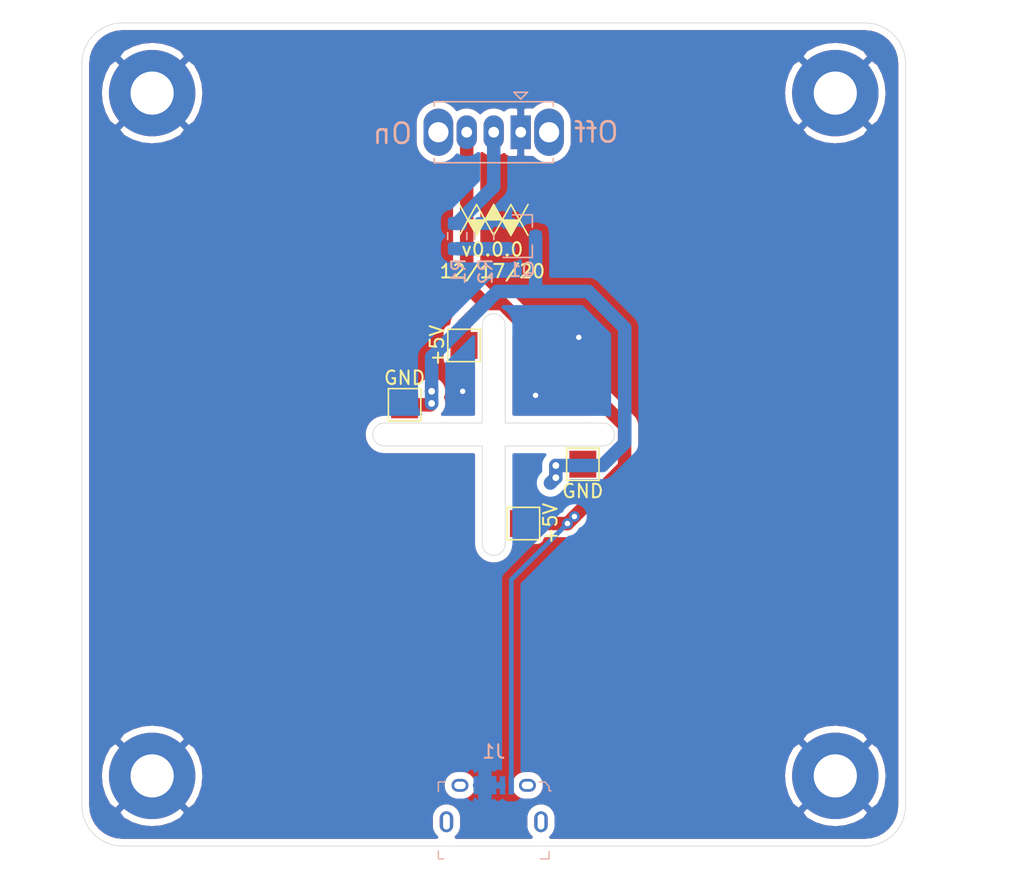
<source format=kicad_pcb>
(kicad_pcb (version 20171130) (host pcbnew "(5.1.6)-1")

  (general
    (thickness 1.6)
    (drawings 26)
    (tracks 49)
    (zones 0)
    (modules 14)
    (nets 6)
  )

  (page A4)
  (layers
    (0 F.Cu signal)
    (31 B.Cu signal)
    (32 B.Adhes user)
    (33 F.Adhes user)
    (34 B.Paste user)
    (35 F.Paste user)
    (36 B.SilkS user)
    (37 F.SilkS user)
    (38 B.Mask user)
    (39 F.Mask user)
    (40 Dwgs.User user)
    (41 Cmts.User user)
    (42 Eco1.User user)
    (43 Eco2.User user)
    (44 Edge.Cuts user)
    (45 Margin user)
    (46 B.CrtYd user)
    (47 F.CrtYd user)
    (48 B.Fab user)
    (49 F.Fab user)
  )

  (setup
    (last_trace_width 0.25)
    (user_trace_width 0.2)
    (user_trace_width 0.35)
    (user_trace_width 0.5)
    (user_trace_width 1)
    (trace_clearance 0.2)
    (zone_clearance 0.508)
    (zone_45_only no)
    (trace_min 0.2)
    (via_size 0.8)
    (via_drill 0.4)
    (via_min_size 0.4)
    (via_min_drill 0.3)
    (user_via 0.51 0.3)
    (user_via 1 0.5)
    (uvia_size 0.3)
    (uvia_drill 0.1)
    (uvias_allowed no)
    (uvia_min_size 0.2)
    (uvia_min_drill 0.1)
    (edge_width 0.05)
    (segment_width 0.2)
    (pcb_text_width 0.3)
    (pcb_text_size 1.5 1.5)
    (mod_edge_width 0.12)
    (mod_text_size 1 1)
    (mod_text_width 0.15)
    (pad_size 6.4 6.4)
    (pad_drill 3.2)
    (pad_to_mask_clearance 0.05)
    (aux_axis_origin 0 0)
    (visible_elements 7FFFFFFF)
    (pcbplotparams
      (layerselection 0x010fc_ffffffff)
      (usegerberextensions false)
      (usegerberattributes true)
      (usegerberadvancedattributes true)
      (creategerberjobfile true)
      (excludeedgelayer true)
      (linewidth 0.100000)
      (plotframeref false)
      (viasonmask false)
      (mode 1)
      (useauxorigin false)
      (hpglpennumber 1)
      (hpglpenspeed 20)
      (hpglpendiameter 15.000000)
      (psnegative false)
      (psa4output false)
      (plotreference true)
      (plotvalue true)
      (plotinvisibletext false)
      (padsonsilk false)
      (subtractmaskfromsilk false)
      (outputformat 1)
      (mirror false)
      (drillshape 0)
      (scaleselection 1)
      (outputdirectory "gbr/base_usb/"))
  )

  (net 0 "")
  (net 1 GND)
  (net 2 +5V)
  (net 3 POW_GND)
  (net 4 "Net-(Q1-Pad1)")
  (net 5 +SWV)

  (net_class Default "This is the default net class."
    (clearance 0.2)
    (trace_width 0.25)
    (via_dia 0.8)
    (via_drill 0.4)
    (uvia_dia 0.3)
    (uvia_drill 0.1)
    (add_net +5V)
    (add_net +SWV)
    (add_net GND)
    (add_net "Net-(Q1-Pad1)")
    (add_net POW_GND)
  )

  (module MountingHole:MountingHole_3.2mm_M3_Pad (layer F.Cu) (tedit 5FDBDC7E) (tstamp 5FDBF56C)
    (at 90 81.5 180)
    (descr "Mounting Hole 3.2mm, M3")
    (tags "mounting hole 3.2mm m3")
    (attr virtual)
    (fp_text reference REF** (at 0 -4.2) (layer F.SilkS) hide
      (effects (font (size 1 1) (thickness 0.15)))
    )
    (fp_text value MountingHole_3.2mm_M3_Pad (at 0 4.2) (layer F.Fab)
      (effects (font (size 1 1) (thickness 0.15)))
    )
    (fp_circle (center 0 0) (end 3.45 0) (layer F.CrtYd) (width 0.05))
    (fp_circle (center 0 0) (end 3.2 0) (layer Cmts.User) (width 0.15))
    (fp_text user %R (at 0.3 0) (layer F.Fab)
      (effects (font (size 1 1) (thickness 0.15)))
    )
    (pad 1 thru_hole circle (at 0 0 180) (size 6.4 6.4) (drill 3.2) (layers *.Cu *.Mask)
      (net 1 GND))
  )

  (module MountingHole:MountingHole_3.2mm_M3_Pad (layer F.Cu) (tedit 5FDBDC99) (tstamp 5FDBF56C)
    (at 39.4 81.5 180)
    (descr "Mounting Hole 3.2mm, M3")
    (tags "mounting hole 3.2mm m3")
    (attr virtual)
    (fp_text reference REF** (at 0 -4.2) (layer F.SilkS) hide
      (effects (font (size 1 1) (thickness 0.15)))
    )
    (fp_text value MountingHole_3.2mm_M3_Pad (at 0 4.2) (layer F.Fab)
      (effects (font (size 1 1) (thickness 0.15)))
    )
    (fp_circle (center 0 0) (end 3.45 0) (layer F.CrtYd) (width 0.05))
    (fp_circle (center 0 0) (end 3.2 0) (layer Cmts.User) (width 0.15))
    (fp_text user %R (at 0.3 0) (layer F.Fab)
      (effects (font (size 1 1) (thickness 0.15)))
    )
    (pad 1 thru_hole circle (at 0 0 180) (size 6.4 6.4) (drill 3.2) (layers *.Cu *.Mask)
      (net 1 GND))
  )

  (module MountingHole:MountingHole_3.2mm_M3_Pad (layer F.Cu) (tedit 5FDBDC91) (tstamp 5FDBF56C)
    (at 39.4 30.9)
    (descr "Mounting Hole 3.2mm, M3")
    (tags "mounting hole 3.2mm m3")
    (attr virtual)
    (fp_text reference REF** (at 0 -4.2) (layer F.SilkS) hide
      (effects (font (size 1 1) (thickness 0.15)))
    )
    (fp_text value MountingHole_3.2mm_M3_Pad (at 0 4.2) (layer F.Fab)
      (effects (font (size 1 1) (thickness 0.15)))
    )
    (fp_circle (center 0 0) (end 3.45 0) (layer F.CrtYd) (width 0.05))
    (fp_circle (center 0 0) (end 3.2 0) (layer Cmts.User) (width 0.15))
    (fp_text user %R (at 0.3 0) (layer F.Fab)
      (effects (font (size 1 1) (thickness 0.15)))
    )
    (pad 1 thru_hole circle (at 0 0) (size 6.4 6.4) (drill 3.2) (layers *.Cu *.Mask)
      (net 1 GND))
  )

  (module MountingHole:MountingHole_3.2mm_M3_Pad (layer F.Cu) (tedit 5FDBDC8B) (tstamp 5FDBF53F)
    (at 90 30.9)
    (descr "Mounting Hole 3.2mm, M3")
    (tags "mounting hole 3.2mm m3")
    (attr virtual)
    (fp_text reference REF** (at 0 -4.2) (layer F.SilkS) hide
      (effects (font (size 1 1) (thickness 0.15)))
    )
    (fp_text value MountingHole_3.2mm_M3_Pad (at 0 4.2) (layer F.Fab)
      (effects (font (size 1 1) (thickness 0.15)))
    )
    (fp_circle (center 0 0) (end 3.45 0) (layer F.CrtYd) (width 0.05))
    (fp_circle (center 0 0) (end 3.2 0) (layer Cmts.User) (width 0.15))
    (fp_text user %R (at 0.3 0) (layer F.Fab)
      (effects (font (size 1 1) (thickness 0.15)))
    )
    (pad 1 thru_hole circle (at 0 0) (size 6.4 6.4) (drill 3.2) (layers *.Cu *.Mask)
      (net 1 GND))
  )

  (module digikey-footprints:USB_Micro_B_Female_10118194-0001LF (layer B.Cu) (tedit 5E888FB8) (tstamp 5FDBDED4)
    (at 64.7 82.2 180)
    (descr http://portal.fciconnect.com/Comergent//fci/drawing/10118194.pdf)
    (path /5FDBEE75)
    (attr smd)
    (fp_text reference J1 (at 0 2.5) (layer B.SilkS)
      (effects (font (size 1 1) (thickness 0.15)) (justify mirror))
    )
    (fp_text value USB_B_Micro (at 0 -7) (layer B.Fab)
      (effects (font (size 1 1) (thickness 0.15)) (justify mirror))
    )
    (fp_line (start 4.025 -5.38) (end 4.025 0.15) (layer B.Fab) (width 0.1))
    (fp_line (start -4.025 -5.38) (end 4.025 -5.38) (layer B.Fab) (width 0.1))
    (fp_line (start -4.02 -0.23) (end -3.71 0.15) (layer B.Fab) (width 0.1))
    (fp_line (start 4.02 0.15) (end -3.71 0.15) (layer B.Fab) (width 0.1))
    (fp_line (start -4.03 -5.38) (end -4.02 -0.23) (layer B.Fab) (width 0.1))
    (fp_line (start -4.1 -0.4) (end -4.25 -0.4) (layer B.SilkS) (width 0.1))
    (fp_line (start -4.1 -0.1) (end -4.1 -0.4) (layer B.SilkS) (width 0.1))
    (fp_line (start -3.8 0.25) (end -4.1 -0.1) (layer B.SilkS) (width 0.1))
    (fp_line (start -3.35 0.25) (end -3.8 0.25) (layer B.SilkS) (width 0.1))
    (fp_line (start 4.1 0.25) (end 4.1 -0.45) (layer B.SilkS) (width 0.1))
    (fp_line (start 3.6 0.25) (end 4.1 0.25) (layer B.SilkS) (width 0.1))
    (fp_line (start 4.1 -5.45) (end 3.7 -5.45) (layer B.SilkS) (width 0.1))
    (fp_line (start 4.1 -4.85) (end 4.1 -5.45) (layer B.SilkS) (width 0.1))
    (fp_line (start -4.1 -5.45) (end -3.45 -5.45) (layer B.SilkS) (width 0.1))
    (fp_line (start -4.1 -4.9) (end -4.1 -5.45) (layer B.SilkS) (width 0.1))
    (fp_line (start -4.5 1) (end 4.5 1) (layer B.CrtYd) (width 0.05))
    (fp_line (start -4.5 -5.75) (end -4.5 1) (layer B.CrtYd) (width 0.05))
    (fp_line (start -4.5 -5.75) (end 4.5 -5.75) (layer B.CrtYd) (width 0.05))
    (fp_line (start 4.5 -5.75) (end 4.5 1) (layer B.CrtYd) (width 0.05))
    (fp_text user %R (at 0 -2.84) (layer B.Fab)
      (effects (font (size 1 1) (thickness 0.15)) (justify mirror))
    )
    (pad SH thru_hole oval (at 3.5 -2.7 180) (size 1 1.55) (drill oval 0.5 1.15) (layers *.Cu *.Mask))
    (pad SH thru_hole oval (at -3.5 -2.7 180) (size 1 1.55) (drill oval 0.5 1.15) (layers *.Cu *.Mask))
    (pad SH thru_hole oval (at -2.5 0 180) (size 1.25 0.95) (drill oval 0.85 0.55) (layers *.Cu *.Mask))
    (pad SH thru_hole oval (at 2.5 0 180) (size 1.25 0.95) (drill oval 0.85 0.55) (layers *.Cu *.Mask))
    (pad 1 smd rect (at -1.3 0 180) (size 0.4 1.35) (layers B.Cu B.Paste B.Mask)
      (net 2 +5V))
    (pad 2 smd rect (at -0.65 0 180) (size 0.4 1.35) (layers B.Cu B.Paste B.Mask)
      (net 1 GND))
    (pad 5 smd rect (at 1.3 0 180) (size 0.4 1.35) (layers B.Cu B.Paste B.Mask)
      (net 1 GND))
    (pad 4 smd rect (at 0.65 0 180) (size 0.4 1.35) (layers B.Cu B.Paste B.Mask)
      (net 1 GND))
    (pad 3 smd rect (at 0 0 180) (size 0.4 1.35) (layers B.Cu B.Paste B.Mask)
      (net 1 GND))
    (model ${KISYS3DMOD}/Connector_USB.3dshapes/USB_Micro-B_Molex_47346-0001.wrl
      (offset (xyz 0 -1.5 0))
      (scale (xyz 1 1 1))
      (rotate (xyz 0 0 0))
    )
  )

  (module Symbol:Logo_WM (layer F.Cu) (tedit 5EA02B73) (tstamp 5FBE3A26)
    (at 64.7 40.3)
    (fp_text reference REF** (at 0 -2.286) (layer F.SilkS) hide
      (effects (font (size 1 1) (thickness 0.15)))
    )
    (fp_text value Logo_WM (at 0 2.032) (layer F.Fab)
      (effects (font (size 1 1) (thickness 0.15)))
    )
    (fp_line (start 0 -1.143) (end -0.635 0) (layer F.SilkS) (width 0.12))
    (fp_line (start -0.635 0) (end 0 1.143) (layer F.SilkS) (width 0.12))
    (fp_line (start 0 1.143) (end 0.635 0) (layer F.SilkS) (width 0.12))
    (fp_line (start 0.635 0) (end 0 -1.143) (layer F.SilkS) (width 0.12))
    (fp_line (start 1.905 0) (end 1.27 -1.143) (layer F.SilkS) (width 0.12))
    (fp_line (start 1.27 1.143) (end 1.905 0) (layer F.SilkS) (width 0.12))
    (fp_line (start 0.635 0) (end 1.27 1.143) (layer F.SilkS) (width 0.12))
    (fp_line (start 1.27 -1.143) (end 0.635 0) (layer F.SilkS) (width 0.12))
    (fp_line (start -1.27 1.143) (end -0.635 0) (layer F.SilkS) (width 0.12))
    (fp_line (start -1.27 -1.143) (end -1.905 0) (layer F.SilkS) (width 0.12))
    (fp_line (start -1.905 0) (end -1.27 1.143) (layer F.SilkS) (width 0.12))
    (fp_line (start -0.635 0) (end -1.27 -1.143) (layer F.SilkS) (width 0.12))
    (fp_line (start -1.905 0) (end -2.54 -1.143) (layer F.SilkS) (width 0.12))
    (fp_line (start -2.54 1.143) (end -1.905 0) (layer F.SilkS) (width 0.12))
    (fp_line (start 2.54 -1.143) (end 1.905 0) (layer F.SilkS) (width 0.12))
    (fp_line (start 1.905 0) (end 2.54 1.143) (layer F.SilkS) (width 0.12))
    (fp_poly (pts (xy -1.905 0) (xy -0.635 0) (xy -1.27 1.143)) (layer F.SilkS) (width 0.1))
    (fp_poly (pts (xy -0.635 0) (xy 0.635 0) (xy 0 -1.143)) (layer F.SilkS) (width 0.1))
    (fp_poly (pts (xy 0.635 0) (xy 1.905 0) (xy 1.27 1.143)) (layer F.SilkS) (width 0.1))
  )

  (module TestPoint:TestPoint_Pad_2.0x2.0mm (layer F.Cu) (tedit 5A0F774F) (tstamp 5FBE217C)
    (at 71.3 58.4 180)
    (descr "SMD rectangular pad as test Point, square 2.0mm side length")
    (tags "test point SMD pad rectangle square")
    (path /5FC1F468)
    (attr virtual)
    (fp_text reference GND (at 0 -1.998) (layer F.SilkS)
      (effects (font (size 1 1) (thickness 0.15)))
    )
    (fp_text value TP_G (at 0 2.05) (layer F.Fab)
      (effects (font (size 1 1) (thickness 0.15)))
    )
    (fp_line (start 1.5 1.5) (end -1.5 1.5) (layer F.CrtYd) (width 0.05))
    (fp_line (start 1.5 1.5) (end 1.5 -1.5) (layer F.CrtYd) (width 0.05))
    (fp_line (start -1.5 -1.5) (end -1.5 1.5) (layer F.CrtYd) (width 0.05))
    (fp_line (start -1.5 -1.5) (end 1.5 -1.5) (layer F.CrtYd) (width 0.05))
    (fp_line (start -1.2 1.2) (end -1.2 -1.2) (layer F.SilkS) (width 0.12))
    (fp_line (start 1.2 1.2) (end -1.2 1.2) (layer F.SilkS) (width 0.12))
    (fp_line (start 1.2 -1.2) (end 1.2 1.2) (layer F.SilkS) (width 0.12))
    (fp_line (start -1.2 -1.2) (end 1.2 -1.2) (layer F.SilkS) (width 0.12))
    (fp_text user %R (at 0 -2) (layer F.Fab)
      (effects (font (size 1 1) (thickness 0.15)))
    )
    (pad 1 smd rect (at 0 0 180) (size 2 2) (layers F.Cu F.Mask)
      (net 3 POW_GND))
  )

  (module TestPoint:TestPoint_Pad_2.0x2.0mm (layer F.Cu) (tedit 5A0F774F) (tstamp 5FBE216E)
    (at 58.1 54)
    (descr "SMD rectangular pad as test Point, square 2.0mm side length")
    (tags "test point SMD pad rectangle square")
    (path /5FC1E729)
    (attr virtual)
    (fp_text reference GND (at 0 -1.998) (layer F.SilkS)
      (effects (font (size 1 1) (thickness 0.15)))
    )
    (fp_text value TP_G (at 0 2.05) (layer F.Fab)
      (effects (font (size 1 1) (thickness 0.15)))
    )
    (fp_line (start 1.5 1.5) (end -1.5 1.5) (layer F.CrtYd) (width 0.05))
    (fp_line (start 1.5 1.5) (end 1.5 -1.5) (layer F.CrtYd) (width 0.05))
    (fp_line (start -1.5 -1.5) (end -1.5 1.5) (layer F.CrtYd) (width 0.05))
    (fp_line (start -1.5 -1.5) (end 1.5 -1.5) (layer F.CrtYd) (width 0.05))
    (fp_line (start -1.2 1.2) (end -1.2 -1.2) (layer F.SilkS) (width 0.12))
    (fp_line (start 1.2 1.2) (end -1.2 1.2) (layer F.SilkS) (width 0.12))
    (fp_line (start 1.2 -1.2) (end 1.2 1.2) (layer F.SilkS) (width 0.12))
    (fp_line (start -1.2 -1.2) (end 1.2 -1.2) (layer F.SilkS) (width 0.12))
    (fp_text user %R (at 0 -2) (layer F.Fab)
      (effects (font (size 1 1) (thickness 0.15)))
    )
    (pad 1 smd rect (at 0 0) (size 2 2) (layers F.Cu F.Mask)
      (net 3 POW_GND))
  )

  (module TestPoint:TestPoint_Pad_2.0x2.0mm (layer F.Cu) (tedit 5A0F774F) (tstamp 5FBE2160)
    (at 66.9 62.8 270)
    (descr "SMD rectangular pad as test Point, square 2.0mm side length")
    (tags "test point SMD pad rectangle square")
    (path /5FC1D717)
    (attr virtual)
    (fp_text reference +5V (at 0 -1.998 90) (layer F.SilkS)
      (effects (font (size 1 1) (thickness 0.15)))
    )
    (fp_text value TP_V (at 0 2.05 90) (layer F.Fab)
      (effects (font (size 1 1) (thickness 0.15)))
    )
    (fp_line (start 1.5 1.5) (end -1.5 1.5) (layer F.CrtYd) (width 0.05))
    (fp_line (start 1.5 1.5) (end 1.5 -1.5) (layer F.CrtYd) (width 0.05))
    (fp_line (start -1.5 -1.5) (end -1.5 1.5) (layer F.CrtYd) (width 0.05))
    (fp_line (start -1.5 -1.5) (end 1.5 -1.5) (layer F.CrtYd) (width 0.05))
    (fp_line (start -1.2 1.2) (end -1.2 -1.2) (layer F.SilkS) (width 0.12))
    (fp_line (start 1.2 1.2) (end -1.2 1.2) (layer F.SilkS) (width 0.12))
    (fp_line (start 1.2 -1.2) (end 1.2 1.2) (layer F.SilkS) (width 0.12))
    (fp_line (start -1.2 -1.2) (end 1.2 -1.2) (layer F.SilkS) (width 0.12))
    (fp_text user %R (at 0 -2 90) (layer F.Fab)
      (effects (font (size 1 1) (thickness 0.15)))
    )
    (pad 1 smd rect (at 0 0 270) (size 2 2) (layers F.Cu F.Mask)
      (net 2 +5V))
  )

  (module TestPoint:TestPoint_Pad_2.0x2.0mm (layer F.Cu) (tedit 5A0F774F) (tstamp 5FBE2152)
    (at 62.5 49.6 90)
    (descr "SMD rectangular pad as test Point, square 2.0mm side length")
    (tags "test point SMD pad rectangle square")
    (path /5FC785EA)
    (attr virtual)
    (fp_text reference +5V (at 0 -1.998 90) (layer F.SilkS)
      (effects (font (size 1 1) (thickness 0.15)))
    )
    (fp_text value TP_V (at 0 2.05 90) (layer F.Fab)
      (effects (font (size 1 1) (thickness 0.15)))
    )
    (fp_line (start 1.5 1.5) (end -1.5 1.5) (layer F.CrtYd) (width 0.05))
    (fp_line (start 1.5 1.5) (end 1.5 -1.5) (layer F.CrtYd) (width 0.05))
    (fp_line (start -1.5 -1.5) (end -1.5 1.5) (layer F.CrtYd) (width 0.05))
    (fp_line (start -1.5 -1.5) (end 1.5 -1.5) (layer F.CrtYd) (width 0.05))
    (fp_line (start -1.2 1.2) (end -1.2 -1.2) (layer F.SilkS) (width 0.12))
    (fp_line (start 1.2 1.2) (end -1.2 1.2) (layer F.SilkS) (width 0.12))
    (fp_line (start 1.2 -1.2) (end 1.2 1.2) (layer F.SilkS) (width 0.12))
    (fp_line (start -1.2 -1.2) (end 1.2 -1.2) (layer F.SilkS) (width 0.12))
    (fp_text user %R (at 0 -2 90) (layer F.Fab)
      (effects (font (size 1 1) (thickness 0.15)))
    )
    (pad 1 smd rect (at 0 0 90) (size 2 2) (layers F.Cu F.Mask)
      (net 2 +5V))
  )

  (module Button_Switch_THT:SW_Slide_1P2T_CK_OS102011MS2Q (layer B.Cu) (tedit 5C5044D5) (tstamp 5FBE2144)
    (at 66.7 33.8 180)
    (descr "CuK miniature slide switch, OS series, SPDT, https://www.ckswitches.com/media/1428/os.pdf")
    (tags "switch SPDT")
    (path /5FBC0A07)
    (fp_text reference SW1 (at 3.99 2.99) (layer B.SilkS) hide
      (effects (font (size 1 1) (thickness 0.15)) (justify mirror))
    )
    (fp_text value SW_SPDT (at 2 -3) (layer B.Fab)
      (effects (font (size 1 1) (thickness 0.15)) (justify mirror))
    )
    (fp_line (start 0.5 2.96) (end -0.5 2.96) (layer B.SilkS) (width 0.12))
    (fp_line (start 0 2.46) (end 0.5 2.96) (layer B.SilkS) (width 0.12))
    (fp_line (start -0.5 2.96) (end 0 2.46) (layer B.SilkS) (width 0.12))
    (fp_line (start 0 1.65) (end 0.5 2.15) (layer B.Fab) (width 0.1))
    (fp_line (start -0.5 2.15) (end 0 1.65) (layer B.Fab) (width 0.1))
    (fp_line (start -3.45 -2.4) (end -3.45 2.4) (layer F.CrtYd) (width 0.05))
    (fp_line (start 7.45 -2.4) (end -3.45 -2.4) (layer F.CrtYd) (width 0.05))
    (fp_line (start 7.45 2.4) (end 7.45 -2.4) (layer F.CrtYd) (width 0.05))
    (fp_line (start -3.45 2.4) (end 7.45 2.4) (layer F.CrtYd) (width 0.05))
    (fp_line (start 6.41 -2.26) (end 6.41 -1.95) (layer B.SilkS) (width 0.12))
    (fp_line (start -2.41 -2.26) (end -2.41 -1.95) (layer B.SilkS) (width 0.12))
    (fp_line (start -2.41 1.95) (end -2.41 2.26) (layer B.SilkS) (width 0.12))
    (fp_line (start 6.41 -2.26) (end -2.41 -2.26) (layer B.SilkS) (width 0.12))
    (fp_line (start 6.41 2.26) (end 6.41 1.95) (layer B.SilkS) (width 0.12))
    (fp_line (start -2.41 2.26) (end 6.41 2.26) (layer B.SilkS) (width 0.12))
    (fp_line (start -2.3 2.15) (end -0.5 2.15) (layer B.Fab) (width 0.1))
    (fp_line (start 2 1) (end 2 -1) (layer B.Fab) (width 0.1))
    (fp_line (start 1.34 1) (end 1.34 -1) (layer B.Fab) (width 0.1))
    (fp_line (start 0.66 1) (end 0.66 -1) (layer B.Fab) (width 0.1))
    (fp_line (start 0 1) (end 0 -1) (layer B.Fab) (width 0.1))
    (fp_line (start 0 -1) (end 4 -1) (layer B.Fab) (width 0.1))
    (fp_line (start 4 1) (end 4 -1) (layer B.Fab) (width 0.1))
    (fp_line (start 0 1) (end 4 1) (layer B.Fab) (width 0.1))
    (fp_line (start -2.3 -2.15) (end -2.3 2.15) (layer B.Fab) (width 0.1))
    (fp_line (start 6.3 -2.15) (end -2.3 -2.15) (layer B.Fab) (width 0.1))
    (fp_line (start 6.3 2.15) (end 6.3 -2.15) (layer B.Fab) (width 0.1))
    (fp_line (start 0.5 2.15) (end 6.3 2.15) (layer B.Fab) (width 0.1))
    (fp_text user %R (at 3.99 2.99) (layer B.Fab)
      (effects (font (size 1 1) (thickness 0.15)) (justify mirror))
    )
    (pad "" thru_hole oval (at 6.1 0 180) (size 2.2 3.5) (drill 1.5) (layers *.Cu *.Mask))
    (pad "" thru_hole oval (at -2.1 0 180) (size 2.2 3.5) (drill 1.5) (layers *.Cu *.Mask))
    (pad 3 thru_hole oval (at 4 0 180) (size 1.5 2.5) (drill 0.8) (layers *.Cu *.Mask)
      (net 2 +5V))
    (pad 2 thru_hole oval (at 2 0 180) (size 1.5 2.5) (drill 0.8) (layers *.Cu *.Mask)
      (net 5 +SWV))
    (pad 1 thru_hole rect (at 0 0 180) (size 1.5 2.5) (drill 0.8) (layers *.Cu *.Mask)
      (net 1 GND))
    (model ${KISYS3DMOD}/Button_Switch_THT.3dshapes/SW_Slide_1P2T_CK_OS102011MS2Q.wrl
      (at (xyz 0 0 0))
      (scale (xyz 1 1 1))
      (rotate (xyz 0 0 0))
    )
  )

  (module Resistor_SMD:R_0805_2012Metric (layer B.Cu) (tedit 5B36C52B) (tstamp 5FBE211F)
    (at 64 41.5 90)
    (descr "Resistor SMD 0805 (2012 Metric), square (rectangular) end terminal, IPC_7351 nominal, (Body size source: https://docs.google.com/spreadsheets/d/1BsfQQcO9C6DZCsRaXUlFlo91Tg2WpOkGARC1WS5S8t0/edit?usp=sharing), generated with kicad-footprint-generator")
    (tags resistor)
    (path /5FBE68B5)
    (attr smd)
    (fp_text reference R2 (at -2.6 0.1 90) (layer B.SilkS)
      (effects (font (size 1 1) (thickness 0.15)) (justify mirror))
    )
    (fp_text value 10kR (at 0 -1.65 90) (layer B.Fab)
      (effects (font (size 1 1) (thickness 0.15)) (justify mirror))
    )
    (fp_line (start 1.68 -0.95) (end -1.68 -0.95) (layer B.CrtYd) (width 0.05))
    (fp_line (start 1.68 0.95) (end 1.68 -0.95) (layer B.CrtYd) (width 0.05))
    (fp_line (start -1.68 0.95) (end 1.68 0.95) (layer B.CrtYd) (width 0.05))
    (fp_line (start -1.68 -0.95) (end -1.68 0.95) (layer B.CrtYd) (width 0.05))
    (fp_line (start -0.258578 -0.71) (end 0.258578 -0.71) (layer B.SilkS) (width 0.12))
    (fp_line (start -0.258578 0.71) (end 0.258578 0.71) (layer B.SilkS) (width 0.12))
    (fp_line (start 1 -0.6) (end -1 -0.6) (layer B.Fab) (width 0.1))
    (fp_line (start 1 0.6) (end 1 -0.6) (layer B.Fab) (width 0.1))
    (fp_line (start -1 0.6) (end 1 0.6) (layer B.Fab) (width 0.1))
    (fp_line (start -1 -0.6) (end -1 0.6) (layer B.Fab) (width 0.1))
    (fp_text user %R (at 0 0 90) (layer B.Fab)
      (effects (font (size 0.5 0.5) (thickness 0.08)) (justify mirror))
    )
    (pad 2 smd roundrect (at 0.9375 0 90) (size 0.975 1.4) (layers B.Cu B.Paste B.Mask) (roundrect_rratio 0.25)
      (net 1 GND))
    (pad 1 smd roundrect (at -0.9375 0 90) (size 0.975 1.4) (layers B.Cu B.Paste B.Mask) (roundrect_rratio 0.25)
      (net 4 "Net-(Q1-Pad1)"))
    (model ${KISYS3DMOD}/Resistor_SMD.3dshapes/R_0805_2012Metric.wrl
      (at (xyz 0 0 0))
      (scale (xyz 1 1 1))
      (rotate (xyz 0 0 0))
    )
  )

  (module Resistor_SMD:R_0805_2012Metric (layer B.Cu) (tedit 5B36C52B) (tstamp 5FBE210E)
    (at 62 41.5 270)
    (descr "Resistor SMD 0805 (2012 Metric), square (rectangular) end terminal, IPC_7351 nominal, (Body size source: https://docs.google.com/spreadsheets/d/1BsfQQcO9C6DZCsRaXUlFlo91Tg2WpOkGARC1WS5S8t0/edit?usp=sharing), generated with kicad-footprint-generator")
    (tags resistor)
    (path /5FBE78E9)
    (attr smd)
    (fp_text reference R1 (at 2.6 -0.1 90) (layer B.SilkS)
      (effects (font (size 1 1) (thickness 0.15)) (justify mirror))
    )
    (fp_text value 1kR (at 0 -1.65 90) (layer B.Fab)
      (effects (font (size 1 1) (thickness 0.15)) (justify mirror))
    )
    (fp_line (start 1.68 -0.95) (end -1.68 -0.95) (layer B.CrtYd) (width 0.05))
    (fp_line (start 1.68 0.95) (end 1.68 -0.95) (layer B.CrtYd) (width 0.05))
    (fp_line (start -1.68 0.95) (end 1.68 0.95) (layer B.CrtYd) (width 0.05))
    (fp_line (start -1.68 -0.95) (end -1.68 0.95) (layer B.CrtYd) (width 0.05))
    (fp_line (start -0.258578 -0.71) (end 0.258578 -0.71) (layer B.SilkS) (width 0.12))
    (fp_line (start -0.258578 0.71) (end 0.258578 0.71) (layer B.SilkS) (width 0.12))
    (fp_line (start 1 -0.6) (end -1 -0.6) (layer B.Fab) (width 0.1))
    (fp_line (start 1 0.6) (end 1 -0.6) (layer B.Fab) (width 0.1))
    (fp_line (start -1 0.6) (end 1 0.6) (layer B.Fab) (width 0.1))
    (fp_line (start -1 -0.6) (end -1 0.6) (layer B.Fab) (width 0.1))
    (fp_text user %R (at 0 0 90) (layer B.Fab)
      (effects (font (size 0.5 0.5) (thickness 0.08)) (justify mirror))
    )
    (pad 2 smd roundrect (at 0.9375 0 270) (size 0.975 1.4) (layers B.Cu B.Paste B.Mask) (roundrect_rratio 0.25)
      (net 4 "Net-(Q1-Pad1)"))
    (pad 1 smd roundrect (at -0.9375 0 270) (size 0.975 1.4) (layers B.Cu B.Paste B.Mask) (roundrect_rratio 0.25)
      (net 5 +SWV))
    (model ${KISYS3DMOD}/Resistor_SMD.3dshapes/R_0805_2012Metric.wrl
      (at (xyz 0 0 0))
      (scale (xyz 1 1 1))
      (rotate (xyz 0 0 0))
    )
  )

  (module Package_TO_SOT_SMD:SOT-23 (layer B.Cu) (tedit 5A02FF57) (tstamp 5FBE20CA)
    (at 66.8 41.5)
    (descr "SOT-23, Standard")
    (tags SOT-23)
    (path /5FBDD516)
    (attr smd)
    (fp_text reference Q1 (at 0 2.5) (layer B.SilkS)
      (effects (font (size 1 1) (thickness 0.15)) (justify mirror))
    )
    (fp_text value DMG2302U (at 0 -2.5) (layer B.Fab)
      (effects (font (size 1 1) (thickness 0.15)) (justify mirror))
    )
    (fp_line (start 0.76 -1.58) (end -0.7 -1.58) (layer B.SilkS) (width 0.12))
    (fp_line (start 0.76 1.58) (end -1.4 1.58) (layer B.SilkS) (width 0.12))
    (fp_line (start -1.7 -1.75) (end -1.7 1.75) (layer B.CrtYd) (width 0.05))
    (fp_line (start 1.7 -1.75) (end -1.7 -1.75) (layer B.CrtYd) (width 0.05))
    (fp_line (start 1.7 1.75) (end 1.7 -1.75) (layer B.CrtYd) (width 0.05))
    (fp_line (start -1.7 1.75) (end 1.7 1.75) (layer B.CrtYd) (width 0.05))
    (fp_line (start 0.76 1.58) (end 0.76 0.65) (layer B.SilkS) (width 0.12))
    (fp_line (start 0.76 -1.58) (end 0.76 -0.65) (layer B.SilkS) (width 0.12))
    (fp_line (start -0.7 -1.52) (end 0.7 -1.52) (layer B.Fab) (width 0.1))
    (fp_line (start 0.7 1.52) (end 0.7 -1.52) (layer B.Fab) (width 0.1))
    (fp_line (start -0.7 0.95) (end -0.15 1.52) (layer B.Fab) (width 0.1))
    (fp_line (start -0.15 1.52) (end 0.7 1.52) (layer B.Fab) (width 0.1))
    (fp_line (start -0.7 0.95) (end -0.7 -1.5) (layer B.Fab) (width 0.1))
    (fp_text user %R (at 0 0 -90) (layer B.Fab)
      (effects (font (size 0.5 0.5) (thickness 0.075)) (justify mirror))
    )
    (pad 3 smd rect (at 1 0) (size 0.9 0.8) (layers B.Cu B.Paste B.Mask)
      (net 3 POW_GND))
    (pad 2 smd rect (at -1 -0.95) (size 0.9 0.8) (layers B.Cu B.Paste B.Mask)
      (net 1 GND))
    (pad 1 smd rect (at -1 0.95) (size 0.9 0.8) (layers B.Cu B.Paste B.Mask)
      (net 4 "Net-(Q1-Pad1)"))
    (model ${KISYS3DMOD}/Package_TO_SOT_SMD.3dshapes/SOT-23.wrl
      (at (xyz 0 0 0))
      (scale (xyz 1 1 1))
      (rotate (xyz 0 0 0))
    )
  )

  (gr_arc (start 92.2 83.7) (end 92.2 86.7) (angle -90) (layer Edge.Cuts) (width 0.05) (tstamp 5FCED6AC))
  (gr_arc (start 37.2 83.7) (end 34.2 83.7) (angle -90) (layer Edge.Cuts) (width 0.05) (tstamp 5FCED6AC))
  (gr_arc (start 37.2 28.7) (end 37.2 25.7) (angle -90) (layer Edge.Cuts) (width 0.05) (tstamp 5FCED6AC))
  (gr_arc (start 92.2 28.7) (end 95.2 28.7) (angle -90) (layer Edge.Cuts) (width 0.05))
  (gr_line (start 95.2 83.7) (end 95.2 28.7) (layer Edge.Cuts) (width 0.05) (tstamp 5FCED69B))
  (gr_line (start 37.2 86.7) (end 92.2 86.7) (layer Edge.Cuts) (width 0.05) (tstamp 5FCED69B))
  (gr_line (start 34.2 28.7) (end 34.2 83.7) (layer Edge.Cuts) (width 0.05) (tstamp 5FCED69B))
  (gr_line (start 92.2 25.7) (end 37.2 25.7) (layer Edge.Cuts) (width 0.05))
  (gr_arc (start 64.7 64.3) (end 63.850001 64.319999) (angle -177.3042254) (layer Edge.Cuts) (width 0.05) (tstamp 5FBE4F1A))
  (gr_arc (start 56.6 56.2) (end 56.580001 55.350001) (angle -177.3042254) (layer Edge.Cuts) (width 0.05) (tstamp 5FBE4F1A))
  (gr_arc (start 64.7 48.1) (end 65.55 48.08) (angle -177.3042254) (layer Edge.Cuts) (width 0.05) (tstamp 5FBE4F1A))
  (gr_arc (start 72.8 56.2) (end 72.82 57.05) (angle -177.3042254) (layer Edge.Cuts) (width 0.05))
  (gr_text Off (at 72.3 33.8) (layer B.SilkS)
    (effects (font (size 1.5 1.5) (thickness 0.2)) (justify mirror))
  )
  (gr_text On (at 57.2 33.9) (layer B.SilkS)
    (effects (font (size 1.5 1.5) (thickness 0.2)) (justify mirror))
  )
  (gr_text "v0.0.0\n12/17/20" (at 64.6 43.3) (layer F.SilkS)
    (effects (font (size 1 1) (thickness 0.15)))
  )
  (gr_line (start 65.55 57.05) (end 72.82 57.05) (layer Edge.Cuts) (width 0.05) (tstamp 5FBD90A5))
  (gr_line (start 65.55 57.05) (end 65.55 64.32) (layer Edge.Cuts) (width 0.05) (tstamp 5FBD90A4))
  (gr_line (start 63.85 57.05) (end 63.85 64.32) (layer Edge.Cuts) (width 0.05) (tstamp 5FBD90A5))
  (gr_line (start 63.85 57.05) (end 56.58 57.05) (layer Edge.Cuts) (width 0.05) (tstamp 5FBD90A4))
  (gr_line (start 63.85 55.35) (end 56.58 55.35) (layer Edge.Cuts) (width 0.05) (tstamp 5FBD90A5))
  (gr_line (start 63.85 55.35) (end 63.85 48.08) (layer Edge.Cuts) (width 0.05) (tstamp 5FBD90A4))
  (gr_line (start 65.55 55.35) (end 65.55 48.08) (layer Edge.Cuts) (width 0.05) (tstamp 5FBD9426))
  (gr_line (start 65.55 55.35) (end 72.82 55.35) (layer Edge.Cuts) (width 0.05) (tstamp 5FBD9426))
  (gr_line (start 64.7 86.7) (end 64.7 25.7) (layer Cmts.User) (width 0.15) (tstamp 5FBD9413))
  (gr_line (start 64.7 56.2) (end 34.2 56.2) (layer Cmts.User) (width 0.15) (tstamp 5FBD9413))
  (gr_line (start 64.7 56.2) (end 95.2 56.2) (layer Cmts.User) (width 0.15))

  (segment (start 63.4 82.2) (end 65.35 82.2) (width 0.5) (layer B.Cu) (net 1))
  (via (at 71 49) (size 0.8) (drill 0.4) (layers F.Cu B.Cu) (net 1))
  (via (at 67.8 53.3) (size 0.8) (drill 0.4) (layers F.Cu B.Cu) (net 1))
  (segment (start 64.05 82.2) (end 64.05 83.55) (width 1) (layer B.Cu) (net 1))
  (segment (start 64.05 82.2) (end 64.05 80.75) (width 1) (layer B.Cu) (net 1))
  (via (at 62.4 53) (size 0.8) (drill 0.4) (layers F.Cu B.Cu) (net 1))
  (segment (start 70.160002 62.8) (end 70.160002 62.8) (width 1) (layer F.Cu) (net 2))
  (segment (start 66.9 62.8) (end 70.160002 62.8) (width 1) (layer F.Cu) (net 2))
  (segment (start 62.5 48.404682) (end 62.5 49.6) (width 1) (layer F.Cu) (net 2))
  (segment (start 62.5 48.038142) (end 62.5 48.404682) (width 1) (layer F.Cu) (net 2))
  (segment (start 65.338758 46.494951) (end 64.043191 46.494951) (width 1) (layer F.Cu) (net 2))
  (segment (start 64.043191 46.494951) (end 62.5 48.038142) (width 1) (layer F.Cu) (net 2))
  (segment (start 74.393655 58.566347) (end 74.393655 55.549848) (width 1) (layer F.Cu) (net 2))
  (segment (start 74.393655 55.549848) (end 65.338758 46.494951) (width 1) (layer F.Cu) (net 2))
  (segment (start 70.680001 62.280001) (end 74.393655 58.566347) (width 1) (layer F.Cu) (net 2) (tstamp 5FDBE3E1))
  (via (at 70.680001 62.280001) (size 0.8) (drill 0.4) (layers F.Cu B.Cu) (net 2))
  (segment (start 62.7 45.15176) (end 64.043191 46.494951) (width 1) (layer F.Cu) (net 2))
  (segment (start 62.7 33.8) (end 62.7 45.15176) (width 1) (layer F.Cu) (net 2))
  (segment (start 70.680001 62.280001) (end 70.160002 62.8) (width 1) (layer F.Cu) (net 2))
  (segment (start 66 82.2) (end 66 66.960002) (width 0.35) (layer B.Cu) (net 2))
  (segment (start 66 66.960002) (end 70.160002 62.8) (width 0.35) (layer B.Cu) (net 2))
  (via (at 70.160002 62.8) (size 0.8) (drill 0.4) (layers F.Cu B.Cu) (net 2))
  (via (at 60.1 53) (size 1) (drill 0.5) (layers F.Cu B.Cu) (net 3))
  (via (at 60.1 53.9) (size 1) (drill 0.5) (layers F.Cu B.Cu) (net 3))
  (via (at 69.3 59.4) (size 1) (drill 0.5) (layers F.Cu B.Cu) (net 3))
  (via (at 69.3 58.5) (size 1) (drill 0.5) (layers F.Cu B.Cu) (net 3))
  (segment (start 71.2 58.5) (end 71.3 58.4) (width 1) (layer F.Cu) (net 3))
  (segment (start 69.3 58.5) (end 71.2 58.5) (width 1) (layer F.Cu) (net 3))
  (segment (start 60 54) (end 60.1 53.9) (width 1) (layer F.Cu) (net 3))
  (segment (start 58.1 54) (end 60 54) (width 1) (layer F.Cu) (net 3))
  (segment (start 69.3 59.4) (end 69.3 58.5) (width 1) (layer B.Cu) (net 3))
  (segment (start 60.1 53.9) (end 60.1 53.7) (width 1) (layer B.Cu) (net 3))
  (segment (start 60.1 53.7) (end 60.1 53) (width 1) (layer B.Cu) (net 3))
  (segment (start 68.9 59.8) (end 69.3 59.4) (width 1) (layer B.Cu) (net 3))
  (segment (start 60.1 50.456205) (end 64.956205 45.6) (width 1) (layer B.Cu) (net 3))
  (segment (start 60.1 53) (end 60.1 50.456205) (width 1) (layer B.Cu) (net 3))
  (segment (start 72.743806 58.5) (end 74.405048 56.838758) (width 1) (layer B.Cu) (net 3))
  (segment (start 69.3 58.5) (end 72.743806 58.5) (width 1) (layer B.Cu) (net 3))
  (segment (start 74.405048 48.305048) (end 74.405048 56.838758) (width 1) (layer B.Cu) (net 3))
  (segment (start 71.7 45.6) (end 74.405048 48.305048) (width 1) (layer B.Cu) (net 3))
  (segment (start 64.956205 45.6) (end 67.8 45.6) (width 1) (layer B.Cu) (net 3))
  (segment (start 67.8 41.5) (end 67.8 45.6) (width 1) (layer B.Cu) (net 3))
  (segment (start 67.8 45.6) (end 71.7 45.6) (width 1) (layer B.Cu) (net 3))
  (segment (start 62 42.4375) (end 64 42.4375) (width 1) (layer B.Cu) (net 4))
  (segment (start 65.7875 42.4375) (end 65.8 42.45) (width 1) (layer B.Cu) (net 4))
  (segment (start 64 42.4375) (end 65.7875 42.4375) (width 1) (layer B.Cu) (net 4))
  (segment (start 62 40.52782) (end 62 40.5625) (width 1) (layer B.Cu) (net 5))
  (segment (start 64.7 37.82782) (end 62 40.52782) (width 1) (layer B.Cu) (net 5))
  (segment (start 64.7 33.8) (end 64.7 37.82782) (width 1) (layer B.Cu) (net 5))

  (zone (net 1) (net_name GND) (layer F.Cu) (tstamp 5FDBFCE6) (hatch edge 0.508)
    (connect_pads (clearance 0.508))
    (min_thickness 0.254)
    (fill yes (arc_segments 32) (thermal_gap 0.508) (thermal_bridge_width 0.508))
    (polygon
      (pts
        (xy 104 33) (xy 96 33) (xy 96 88) (xy 33 88) (xy 33 24)
        (xy 104 24)
      )
    )
    (filled_polygon
      (pts
        (xy 92.653893 26.40767) (xy 93.090498 26.539489) (xy 93.493185 26.7536) (xy 93.846612 27.041848) (xy 94.137327 27.393261)
        (xy 94.354242 27.794439) (xy 94.489106 28.230113) (xy 94.540001 28.714353) (xy 94.54 83.667721) (xy 94.49233 84.153894)
        (xy 94.360512 84.590497) (xy 94.146399 84.993186) (xy 93.85815 85.346613) (xy 93.506739 85.637327) (xy 93.105564 85.85424)
        (xy 92.669886 85.989106) (xy 92.185664 86.04) (xy 68.935105 86.04) (xy 69.006449 85.981449) (xy 69.148284 85.808623)
        (xy 69.253676 85.611447) (xy 69.318577 85.397499) (xy 69.335 85.230752) (xy 69.335 84.569249) (xy 69.318577 84.402502)
        (xy 69.257416 84.200881) (xy 87.478724 84.200881) (xy 87.838912 84.690548) (xy 88.502882 85.050849) (xy 89.224385 85.274694)
        (xy 89.975695 85.35348) (xy 90.727938 85.284178) (xy 91.452208 85.069452) (xy 92.12067 84.717555) (xy 92.161088 84.690548)
        (xy 92.521276 84.200881) (xy 90 81.679605) (xy 87.478724 84.200881) (xy 69.257416 84.200881) (xy 69.253676 84.188554)
        (xy 69.148284 83.991377) (xy 69.006449 83.818551) (xy 68.833623 83.676716) (xy 68.636447 83.571324) (xy 68.422499 83.506423)
        (xy 68.2 83.484509) (xy 67.977502 83.506423) (xy 67.763554 83.571324) (xy 67.566378 83.676716) (xy 67.393552 83.818551)
        (xy 67.251717 83.991377) (xy 67.146324 84.188553) (xy 67.081423 84.402501) (xy 67.065 84.569248) (xy 67.065 85.230751)
        (xy 67.081423 85.397498) (xy 67.146324 85.611446) (xy 67.251716 85.808623) (xy 67.393551 85.981449) (xy 67.464895 86.04)
        (xy 61.935105 86.04) (xy 62.006449 85.981449) (xy 62.148284 85.808623) (xy 62.253676 85.611447) (xy 62.318577 85.397499)
        (xy 62.335 85.230752) (xy 62.335 84.569249) (xy 62.318577 84.402502) (xy 62.253676 84.188554) (xy 62.148284 83.991377)
        (xy 62.006449 83.818551) (xy 61.833623 83.676716) (xy 61.636447 83.571324) (xy 61.422499 83.506423) (xy 61.2 83.484509)
        (xy 60.977502 83.506423) (xy 60.763554 83.571324) (xy 60.566378 83.676716) (xy 60.393552 83.818551) (xy 60.251717 83.991377)
        (xy 60.146324 84.188553) (xy 60.081423 84.402501) (xy 60.065 84.569248) (xy 60.065 85.230751) (xy 60.081423 85.397498)
        (xy 60.146324 85.611446) (xy 60.251716 85.808623) (xy 60.393551 85.981449) (xy 60.464895 86.04) (xy 37.232279 86.04)
        (xy 36.746106 85.99233) (xy 36.309503 85.860512) (xy 35.906814 85.646399) (xy 35.553387 85.35815) (xy 35.262673 85.006739)
        (xy 35.04576 84.605564) (xy 34.920489 84.200881) (xy 36.878724 84.200881) (xy 37.238912 84.690548) (xy 37.902882 85.050849)
        (xy 38.624385 85.274694) (xy 39.375695 85.35348) (xy 40.127938 85.284178) (xy 40.852208 85.069452) (xy 41.52067 84.717555)
        (xy 41.561088 84.690548) (xy 41.921276 84.200881) (xy 39.4 81.679605) (xy 36.878724 84.200881) (xy 34.920489 84.200881)
        (xy 34.910894 84.169886) (xy 34.86 83.685664) (xy 34.86 81.475695) (xy 35.54652 81.475695) (xy 35.615822 82.227938)
        (xy 35.830548 82.952208) (xy 36.182445 83.62067) (xy 36.209452 83.661088) (xy 36.699119 84.021276) (xy 39.220395 81.5)
        (xy 39.579605 81.5) (xy 42.100881 84.021276) (xy 42.590548 83.661088) (xy 42.950849 82.997118) (xy 43.174694 82.275615)
        (xy 43.182623 82.2) (xy 60.93463 82.2) (xy 60.956062 82.417598) (xy 61.019532 82.626834) (xy 61.122604 82.819666)
        (xy 61.261314 82.988686) (xy 61.430334 83.127396) (xy 61.623166 83.230468) (xy 61.832402 83.293938) (xy 61.995479 83.31)
        (xy 62.404521 83.31) (xy 62.567598 83.293938) (xy 62.776834 83.230468) (xy 62.969666 83.127396) (xy 63.138686 82.988686)
        (xy 63.277396 82.819666) (xy 63.380468 82.626834) (xy 63.443938 82.417598) (xy 63.46537 82.2) (xy 65.93463 82.2)
        (xy 65.956062 82.417598) (xy 66.019532 82.626834) (xy 66.122604 82.819666) (xy 66.261314 82.988686) (xy 66.430334 83.127396)
        (xy 66.623166 83.230468) (xy 66.832402 83.293938) (xy 66.995479 83.31) (xy 67.404521 83.31) (xy 67.567598 83.293938)
        (xy 67.776834 83.230468) (xy 67.969666 83.127396) (xy 68.138686 82.988686) (xy 68.277396 82.819666) (xy 68.380468 82.626834)
        (xy 68.443938 82.417598) (xy 68.46537 82.2) (xy 68.443938 81.982402) (xy 68.380468 81.773166) (xy 68.277396 81.580334)
        (xy 68.191522 81.475695) (xy 86.14652 81.475695) (xy 86.215822 82.227938) (xy 86.430548 82.952208) (xy 86.782445 83.62067)
        (xy 86.809452 83.661088) (xy 87.299119 84.021276) (xy 89.820395 81.5) (xy 90.179605 81.5) (xy 92.700881 84.021276)
        (xy 93.190548 83.661088) (xy 93.550849 82.997118) (xy 93.774694 82.275615) (xy 93.85348 81.524305) (xy 93.784178 80.772062)
        (xy 93.569452 80.047792) (xy 93.217555 79.37933) (xy 93.190548 79.338912) (xy 92.700881 78.978724) (xy 90.179605 81.5)
        (xy 89.820395 81.5) (xy 87.299119 78.978724) (xy 86.809452 79.338912) (xy 86.449151 80.002882) (xy 86.225306 80.724385)
        (xy 86.14652 81.475695) (xy 68.191522 81.475695) (xy 68.138686 81.411314) (xy 67.969666 81.272604) (xy 67.776834 81.169532)
        (xy 67.567598 81.106062) (xy 67.404521 81.09) (xy 66.995479 81.09) (xy 66.832402 81.106062) (xy 66.623166 81.169532)
        (xy 66.430334 81.272604) (xy 66.261314 81.411314) (xy 66.122604 81.580334) (xy 66.019532 81.773166) (xy 65.956062 81.982402)
        (xy 65.93463 82.2) (xy 63.46537 82.2) (xy 63.443938 81.982402) (xy 63.380468 81.773166) (xy 63.277396 81.580334)
        (xy 63.138686 81.411314) (xy 62.969666 81.272604) (xy 62.776834 81.169532) (xy 62.567598 81.106062) (xy 62.404521 81.09)
        (xy 61.995479 81.09) (xy 61.832402 81.106062) (xy 61.623166 81.169532) (xy 61.430334 81.272604) (xy 61.261314 81.411314)
        (xy 61.122604 81.580334) (xy 61.019532 81.773166) (xy 60.956062 81.982402) (xy 60.93463 82.2) (xy 43.182623 82.2)
        (xy 43.25348 81.524305) (xy 43.184178 80.772062) (xy 42.969452 80.047792) (xy 42.617555 79.37933) (xy 42.590548 79.338912)
        (xy 42.100881 78.978724) (xy 39.579605 81.5) (xy 39.220395 81.5) (xy 36.699119 78.978724) (xy 36.209452 79.338912)
        (xy 35.849151 80.002882) (xy 35.625306 80.724385) (xy 35.54652 81.475695) (xy 34.86 81.475695) (xy 34.86 78.799119)
        (xy 36.878724 78.799119) (xy 39.4 81.320395) (xy 41.921276 78.799119) (xy 87.478724 78.799119) (xy 90 81.320395)
        (xy 92.521276 78.799119) (xy 92.161088 78.309452) (xy 91.497118 77.949151) (xy 90.775615 77.725306) (xy 90.024305 77.64652)
        (xy 89.272062 77.715822) (xy 88.547792 77.930548) (xy 87.87933 78.282445) (xy 87.838912 78.309452) (xy 87.478724 78.799119)
        (xy 41.921276 78.799119) (xy 41.561088 78.309452) (xy 40.897118 77.949151) (xy 40.175615 77.725306) (xy 39.424305 77.64652)
        (xy 38.672062 77.715822) (xy 37.947792 77.930548) (xy 37.27933 78.282445) (xy 37.238912 78.309452) (xy 36.878724 78.799119)
        (xy 34.86 78.799119) (xy 34.86 56.230272) (xy 55.091373 56.230272) (xy 55.092056 56.239462) (xy 55.105514 56.404852)
        (xy 55.116165 56.463739) (xy 55.125985 56.522726) (xy 55.12844 56.531609) (xy 55.173767 56.691235) (xy 55.195654 56.746933)
        (xy 55.21674 56.802879) (xy 55.220874 56.811115) (xy 55.296341 56.958897) (xy 55.328614 57.00926) (xy 55.360187 57.060079)
        (xy 55.365842 57.067355) (xy 55.468578 57.197664) (xy 55.509996 57.240775) (xy 55.550852 57.284509) (xy 55.557812 57.290548)
        (xy 55.6839 57.398421) (xy 55.73294 57.432693) (xy 55.781486 57.467639) (xy 55.789487 57.472211) (xy 55.934128 57.553538)
        (xy 55.988863 57.577619) (xy 56.043289 57.602478) (xy 56.052026 57.605409) (xy 56.209708 57.657094) (xy 56.26809 57.670088)
        (xy 56.326303 57.683901) (xy 56.33544 57.685079) (xy 56.335442 57.685079) (xy 56.443258 57.698218) (xy 56.450617 57.70045)
        (xy 56.547581 57.71) (xy 63.19 57.71) (xy 63.190001 64.352419) (xy 63.199551 64.449383) (xy 63.200183 64.451465)
        (xy 63.208032 64.526148) (xy 63.21897 64.579436) (xy 63.228274 64.633007) (xy 63.230791 64.641872) (xy 63.277231 64.801178)
        (xy 63.299487 64.856676) (xy 63.320983 64.912523) (xy 63.325174 64.92073) (xy 63.401671 65.067981) (xy 63.434303 65.11813)
        (xy 63.46622 65.168712) (xy 63.471926 65.175948) (xy 63.575569 65.305537) (xy 63.617261 65.348332) (xy 63.65845 65.391809)
        (xy 63.665453 65.397799) (xy 63.792292 65.504789) (xy 63.841536 65.538694) (xy 63.890352 65.573319) (xy 63.898385 65.577836)
        (xy 64.043588 65.658152) (xy 64.098541 65.681873) (xy 64.153097 65.706332) (xy 64.161854 65.709202) (xy 64.319892 65.759784)
        (xy 64.378361 65.772369) (xy 64.436667 65.785775) (xy 64.445815 65.786889) (xy 64.610669 65.805812) (xy 64.670462 65.806801)
        (xy 64.730272 65.808627) (xy 64.739462 65.807944) (xy 64.904852 65.794486) (xy 64.963739 65.783835) (xy 65.022726 65.774015)
        (xy 65.031609 65.77156) (xy 65.191235 65.726233) (xy 65.246933 65.704346) (xy 65.302879 65.68326) (xy 65.311115 65.679126)
        (xy 65.458897 65.603659) (xy 65.50926 65.571386) (xy 65.560079 65.539813) (xy 65.567355 65.534158) (xy 65.697664 65.431422)
        (xy 65.740775 65.390004) (xy 65.784509 65.349148) (xy 65.790548 65.342188) (xy 65.898421 65.2161) (xy 65.932693 65.16706)
        (xy 65.967639 65.118514) (xy 65.972211 65.110513) (xy 66.053538 64.965872) (xy 66.077619 64.911137) (xy 66.102478 64.856711)
        (xy 66.105409 64.847974) (xy 66.157094 64.690292) (xy 66.170088 64.63191) (xy 66.183901 64.573697) (xy 66.185079 64.564558)
        (xy 66.198218 64.456742) (xy 66.20045 64.449383) (xy 66.201564 64.438072) (xy 67.9 64.438072) (xy 68.024482 64.425812)
        (xy 68.14418 64.389502) (xy 68.254494 64.330537) (xy 68.351185 64.251185) (xy 68.430537 64.154494) (xy 68.489502 64.04418)
        (xy 68.522621 63.935) (xy 70.104251 63.935) (xy 70.160002 63.940491) (xy 70.215753 63.935) (xy 70.215754 63.935)
        (xy 70.382501 63.918577) (xy 70.596449 63.853676) (xy 70.793625 63.748284) (xy 70.966451 63.606449) (xy 71.001997 63.563136)
        (xy 71.52199 63.043144) (xy 71.521994 63.043139) (xy 75.156796 59.408338) (xy 75.200104 59.372796) (xy 75.341939 59.19997)
        (xy 75.447331 59.002794) (xy 75.512232 58.788846) (xy 75.528655 58.622099) (xy 75.528655 58.622098) (xy 75.534146 58.566347)
        (xy 75.528655 58.510595) (xy 75.528655 55.605599) (xy 75.534146 55.549847) (xy 75.512232 55.327348) (xy 75.48965 55.252906)
        (xy 75.447331 55.113401) (xy 75.341939 54.916225) (xy 75.200104 54.743399) (xy 75.156796 54.707857) (xy 66.180754 45.731816)
        (xy 66.145207 45.688502) (xy 65.972381 45.546667) (xy 65.775205 45.441275) (xy 65.561257 45.376374) (xy 65.39451 45.359951)
        (xy 65.394509 45.359951) (xy 65.338758 45.35446) (xy 65.283007 45.359951) (xy 64.513323 45.359951) (xy 63.835 44.681629)
        (xy 63.835 35.381808) (xy 63.926812 35.457157) (xy 64.167419 35.585764) (xy 64.428493 35.66496) (xy 64.7 35.691701)
        (xy 64.971506 35.66496) (xy 65.23258 35.585764) (xy 65.465885 35.46106) (xy 65.498815 35.501185) (xy 65.595506 35.580537)
        (xy 65.70582 35.639502) (xy 65.825518 35.675812) (xy 65.95 35.688072) (xy 66.41425 35.685) (xy 66.573 35.52625)
        (xy 66.573 33.927) (xy 66.553 33.927) (xy 66.553 33.673) (xy 66.573 33.673) (xy 66.573 32.07375)
        (xy 66.827 32.07375) (xy 66.827 33.673) (xy 66.847 33.673) (xy 66.847 33.927) (xy 66.827 33.927)
        (xy 66.827 35.52625) (xy 66.98575 35.685) (xy 67.45 35.688072) (xy 67.562496 35.676992) (xy 67.567234 35.682766)
        (xy 67.831422 35.899579) (xy 68.132832 36.060686) (xy 68.459881 36.159895) (xy 68.8 36.193394) (xy 69.140118 36.159895)
        (xy 69.467167 36.060686) (xy 69.768577 35.899579) (xy 70.032766 35.682766) (xy 70.249579 35.418578) (xy 70.410686 35.117168)
        (xy 70.509895 34.790119) (xy 70.535 34.535225) (xy 70.535 33.600881) (xy 87.478724 33.600881) (xy 87.838912 34.090548)
        (xy 88.502882 34.450849) (xy 89.224385 34.674694) (xy 89.975695 34.75348) (xy 90.727938 34.684178) (xy 91.452208 34.469452)
        (xy 92.12067 34.117555) (xy 92.161088 34.090548) (xy 92.521276 33.600881) (xy 90 31.079605) (xy 87.478724 33.600881)
        (xy 70.535 33.600881) (xy 70.535 33.064775) (xy 70.509895 32.809881) (xy 70.410686 32.482832) (xy 70.249579 32.181422)
        (xy 70.032766 31.917234) (xy 69.768578 31.700421) (xy 69.467168 31.539314) (xy 69.140119 31.440105) (xy 68.8 31.406606)
        (xy 68.459882 31.440105) (xy 68.132833 31.539314) (xy 67.831423 31.700421) (xy 67.567235 31.917234) (xy 67.562497 31.923008)
        (xy 67.45 31.911928) (xy 66.98575 31.915) (xy 66.827 32.07375) (xy 66.573 32.07375) (xy 66.41425 31.915)
        (xy 65.95 31.911928) (xy 65.825518 31.924188) (xy 65.70582 31.960498) (xy 65.595506 32.019463) (xy 65.498815 32.098815)
        (xy 65.465886 32.13894) (xy 65.232581 32.014236) (xy 64.971507 31.93504) (xy 64.7 31.908299) (xy 64.428494 31.93504)
        (xy 64.16742 32.014236) (xy 63.926813 32.142843) (xy 63.71592 32.315919) (xy 63.7 32.335317) (xy 63.684081 32.315919)
        (xy 63.473188 32.142843) (xy 63.232581 32.014236) (xy 62.971507 31.93504) (xy 62.7 31.908299) (xy 62.428494 31.93504)
        (xy 62.16742 32.014236) (xy 61.990139 32.108994) (xy 61.832766 31.917234) (xy 61.568578 31.700421) (xy 61.267168 31.539314)
        (xy 60.940119 31.440105) (xy 60.6 31.406606) (xy 60.259882 31.440105) (xy 59.932833 31.539314) (xy 59.631423 31.700421)
        (xy 59.367235 31.917234) (xy 59.150422 32.181422) (xy 58.989315 32.482832) (xy 58.890105 32.809881) (xy 58.865 33.064775)
        (xy 58.865 34.535224) (xy 58.890105 34.790118) (xy 58.989314 35.117167) (xy 59.150421 35.418577) (xy 59.367234 35.682766)
        (xy 59.631422 35.899579) (xy 59.932832 36.060686) (xy 60.259881 36.159895) (xy 60.6 36.193394) (xy 60.940118 36.159895)
        (xy 61.267167 36.060686) (xy 61.565 35.901491) (xy 61.565001 45.095999) (xy 61.559509 45.15176) (xy 61.581423 45.374258)
        (xy 61.646324 45.588206) (xy 61.695384 45.67999) (xy 61.751717 45.785383) (xy 61.893552 45.958209) (xy 61.93686 45.993751)
        (xy 62.438059 46.494951) (xy 61.736864 47.196147) (xy 61.693551 47.231693) (xy 61.551716 47.404519) (xy 61.45428 47.586811)
        (xy 61.446324 47.601696) (xy 61.381423 47.815644) (xy 61.365509 47.977224) (xy 61.25582 48.010498) (xy 61.145506 48.069463)
        (xy 61.048815 48.148815) (xy 60.969463 48.245506) (xy 60.910498 48.35582) (xy 60.874188 48.475518) (xy 60.861928 48.6)
        (xy 60.861928 50.6) (xy 60.874188 50.724482) (xy 60.910498 50.84418) (xy 60.969463 50.954494) (xy 61.048815 51.051185)
        (xy 61.145506 51.130537) (xy 61.25582 51.189502) (xy 61.375518 51.225812) (xy 61.5 51.238072) (xy 63.190001 51.238072)
        (xy 63.19 54.69) (xy 60.915132 54.69) (xy 60.981612 54.62352) (xy 61.012746 54.576924) (xy 61.048283 54.533623)
        (xy 61.074688 54.484222) (xy 61.105824 54.437624) (xy 61.127272 54.385843) (xy 61.153675 54.336447) (xy 61.169933 54.282851)
        (xy 61.191383 54.231067) (xy 61.202317 54.176096) (xy 61.218576 54.122499) (xy 61.224066 54.066757) (xy 61.235 54.011788)
        (xy 61.235 53.955742) (xy 61.24049 53.900001) (xy 61.235 53.844259) (xy 61.235 53.788212) (xy 61.224066 53.733242)
        (xy 61.218576 53.677502) (xy 61.202318 53.623906) (xy 61.191383 53.568933) (xy 61.169932 53.517146) (xy 61.153675 53.463554)
        (xy 61.144001 53.445456) (xy 61.191383 53.331067) (xy 61.235 53.111788) (xy 61.235 52.888212) (xy 61.191383 52.668933)
        (xy 61.105824 52.462376) (xy 60.981612 52.27648) (xy 60.82352 52.118388) (xy 60.637624 51.994176) (xy 60.431067 51.908617)
        (xy 60.211788 51.865) (xy 59.988212 51.865) (xy 59.768933 51.908617) (xy 59.562376 51.994176) (xy 59.37648 52.118388)
        (xy 59.218388 52.27648) (xy 59.157509 52.367592) (xy 59.1 52.361928) (xy 57.1 52.361928) (xy 56.975518 52.374188)
        (xy 56.85582 52.410498) (xy 56.745506 52.469463) (xy 56.648815 52.548815) (xy 56.569463 52.645506) (xy 56.510498 52.75582)
        (xy 56.474188 52.875518) (xy 56.461928 53) (xy 56.461928 54.698436) (xy 56.450617 54.69955) (xy 56.44853 54.700183)
        (xy 56.373852 54.708032) (xy 56.320564 54.71897) (xy 56.266993 54.728274) (xy 56.258128 54.730791) (xy 56.098822 54.777231)
        (xy 56.043311 54.799493) (xy 55.987478 54.820983) (xy 55.979271 54.825174) (xy 55.832019 54.901671) (xy 55.78187 54.934303)
        (xy 55.731288 54.96622) (xy 55.724051 54.971926) (xy 55.594463 55.075569) (xy 55.551633 55.117296) (xy 55.508192 55.15845)
        (xy 55.502201 55.165453) (xy 55.395211 55.292292) (xy 55.361302 55.341542) (xy 55.32668 55.390352) (xy 55.322164 55.398385)
        (xy 55.241848 55.543589) (xy 55.218133 55.598527) (xy 55.193668 55.653097) (xy 55.190798 55.661854) (xy 55.140216 55.819893)
        (xy 55.127623 55.878394) (xy 55.114225 55.936668) (xy 55.11311 55.945815) (xy 55.094188 56.11067) (xy 55.093199 56.17046)
        (xy 55.091373 56.230272) (xy 34.86 56.230272) (xy 34.86 33.600881) (xy 36.878724 33.600881) (xy 37.238912 34.090548)
        (xy 37.902882 34.450849) (xy 38.624385 34.674694) (xy 39.375695 34.75348) (xy 40.127938 34.684178) (xy 40.852208 34.469452)
        (xy 41.52067 34.117555) (xy 41.561088 34.090548) (xy 41.921276 33.600881) (xy 39.4 31.079605) (xy 36.878724 33.600881)
        (xy 34.86 33.600881) (xy 34.86 30.875695) (xy 35.54652 30.875695) (xy 35.615822 31.627938) (xy 35.830548 32.352208)
        (xy 36.182445 33.02067) (xy 36.209452 33.061088) (xy 36.699119 33.421276) (xy 39.220395 30.9) (xy 39.579605 30.9)
        (xy 42.100881 33.421276) (xy 42.590548 33.061088) (xy 42.950849 32.397118) (xy 43.174694 31.675615) (xy 43.25348 30.924305)
        (xy 43.249002 30.875695) (xy 86.14652 30.875695) (xy 86.215822 31.627938) (xy 86.430548 32.352208) (xy 86.782445 33.02067)
        (xy 86.809452 33.061088) (xy 87.299119 33.421276) (xy 89.820395 30.9) (xy 90.179605 30.9) (xy 92.700881 33.421276)
        (xy 93.190548 33.061088) (xy 93.550849 32.397118) (xy 93.774694 31.675615) (xy 93.85348 30.924305) (xy 93.784178 30.172062)
        (xy 93.569452 29.447792) (xy 93.217555 28.77933) (xy 93.190548 28.738912) (xy 92.700881 28.378724) (xy 90.179605 30.9)
        (xy 89.820395 30.9) (xy 87.299119 28.378724) (xy 86.809452 28.738912) (xy 86.449151 29.402882) (xy 86.225306 30.124385)
        (xy 86.14652 30.875695) (xy 43.249002 30.875695) (xy 43.184178 30.172062) (xy 42.969452 29.447792) (xy 42.617555 28.77933)
        (xy 42.590548 28.738912) (xy 42.100881 28.378724) (xy 39.579605 30.9) (xy 39.220395 30.9) (xy 36.699119 28.378724)
        (xy 36.209452 28.738912) (xy 35.849151 29.402882) (xy 35.625306 30.124385) (xy 35.54652 30.875695) (xy 34.86 30.875695)
        (xy 34.86 28.732279) (xy 34.90767 28.246107) (xy 34.921856 28.199119) (xy 36.878724 28.199119) (xy 39.4 30.720395)
        (xy 41.921276 28.199119) (xy 87.478724 28.199119) (xy 90 30.720395) (xy 92.521276 28.199119) (xy 92.161088 27.709452)
        (xy 91.497118 27.349151) (xy 90.775615 27.125306) (xy 90.024305 27.04652) (xy 89.272062 27.115822) (xy 88.547792 27.330548)
        (xy 87.87933 27.682445) (xy 87.838912 27.709452) (xy 87.478724 28.199119) (xy 41.921276 28.199119) (xy 41.561088 27.709452)
        (xy 40.897118 27.349151) (xy 40.175615 27.125306) (xy 39.424305 27.04652) (xy 38.672062 27.115822) (xy 37.947792 27.330548)
        (xy 37.27933 27.682445) (xy 37.238912 27.709452) (xy 36.878724 28.199119) (xy 34.921856 28.199119) (xy 35.039489 27.809502)
        (xy 35.2536 27.406815) (xy 35.541848 27.053388) (xy 35.893261 26.762673) (xy 36.294439 26.545758) (xy 36.730113 26.410894)
        (xy 37.214344 26.36) (xy 92.167721 26.36)
      )
    )
    (filled_polygon
      (pts
        (xy 71.928675 54.69) (xy 66.21 54.69) (xy 66.21 48.971324)
      )
    )
  )
  (zone (net 1) (net_name GND) (layer B.Cu) (tstamp 5FDBFCE3) (hatch edge 0.508)
    (connect_pads (clearance 0.508))
    (min_thickness 0.254)
    (fill yes (arc_segments 32) (thermal_gap 0.508) (thermal_bridge_width 0.508))
    (polygon
      (pts
        (xy 96 81) (xy 103 81) (xy 103 88) (xy 33 88) (xy 33 24)
        (xy 96 24)
      )
    )
    (filled_polygon
      (pts
        (xy 92.653893 26.40767) (xy 93.090498 26.539489) (xy 93.493185 26.7536) (xy 93.846612 27.041848) (xy 94.137327 27.393261)
        (xy 94.354242 27.794439) (xy 94.489106 28.230113) (xy 94.540001 28.714353) (xy 94.54 83.667721) (xy 94.49233 84.153894)
        (xy 94.360512 84.590497) (xy 94.146399 84.993186) (xy 93.85815 85.346613) (xy 93.506739 85.637327) (xy 93.105564 85.85424)
        (xy 92.669886 85.989106) (xy 92.185664 86.04) (xy 68.935105 86.04) (xy 69.006449 85.981449) (xy 69.148284 85.808623)
        (xy 69.253676 85.611447) (xy 69.318577 85.397499) (xy 69.335 85.230752) (xy 69.335 84.569249) (xy 69.318577 84.402502)
        (xy 69.257416 84.200881) (xy 87.478724 84.200881) (xy 87.838912 84.690548) (xy 88.502882 85.050849) (xy 89.224385 85.274694)
        (xy 89.975695 85.35348) (xy 90.727938 85.284178) (xy 91.452208 85.069452) (xy 92.12067 84.717555) (xy 92.161088 84.690548)
        (xy 92.521276 84.200881) (xy 90 81.679605) (xy 87.478724 84.200881) (xy 69.257416 84.200881) (xy 69.253676 84.188554)
        (xy 69.148284 83.991377) (xy 69.006449 83.818551) (xy 68.833623 83.676716) (xy 68.636447 83.571324) (xy 68.422499 83.506423)
        (xy 68.2 83.484509) (xy 67.977502 83.506423) (xy 67.763554 83.571324) (xy 67.566378 83.676716) (xy 67.393552 83.818551)
        (xy 67.251717 83.991377) (xy 67.146324 84.188553) (xy 67.081423 84.402501) (xy 67.065 84.569248) (xy 67.065 85.230751)
        (xy 67.081423 85.397498) (xy 67.146324 85.611446) (xy 67.251716 85.808623) (xy 67.393551 85.981449) (xy 67.464895 86.04)
        (xy 61.935105 86.04) (xy 62.006449 85.981449) (xy 62.148284 85.808623) (xy 62.253676 85.611447) (xy 62.318577 85.397499)
        (xy 62.335 85.230752) (xy 62.335 84.569249) (xy 62.318577 84.402502) (xy 62.253676 84.188554) (xy 62.148284 83.991377)
        (xy 62.006449 83.818551) (xy 61.833623 83.676716) (xy 61.636447 83.571324) (xy 61.422499 83.506423) (xy 61.2 83.484509)
        (xy 60.977502 83.506423) (xy 60.763554 83.571324) (xy 60.566378 83.676716) (xy 60.393552 83.818551) (xy 60.251717 83.991377)
        (xy 60.146324 84.188553) (xy 60.081423 84.402501) (xy 60.065 84.569248) (xy 60.065 85.230751) (xy 60.081423 85.397498)
        (xy 60.146324 85.611446) (xy 60.251716 85.808623) (xy 60.393551 85.981449) (xy 60.464895 86.04) (xy 37.232279 86.04)
        (xy 36.746106 85.99233) (xy 36.309503 85.860512) (xy 35.906814 85.646399) (xy 35.553387 85.35815) (xy 35.262673 85.006739)
        (xy 35.04576 84.605564) (xy 34.920489 84.200881) (xy 36.878724 84.200881) (xy 37.238912 84.690548) (xy 37.902882 85.050849)
        (xy 38.624385 85.274694) (xy 39.375695 85.35348) (xy 40.127938 85.284178) (xy 40.852208 85.069452) (xy 41.52067 84.717555)
        (xy 41.561088 84.690548) (xy 41.921276 84.200881) (xy 39.4 81.679605) (xy 36.878724 84.200881) (xy 34.920489 84.200881)
        (xy 34.910894 84.169886) (xy 34.86 83.685664) (xy 34.86 81.475695) (xy 35.54652 81.475695) (xy 35.615822 82.227938)
        (xy 35.830548 82.952208) (xy 36.182445 83.62067) (xy 36.209452 83.661088) (xy 36.699119 84.021276) (xy 39.220395 81.5)
        (xy 39.579605 81.5) (xy 42.100881 84.021276) (xy 42.590548 83.661088) (xy 42.950849 82.997118) (xy 43.174694 82.275615)
        (xy 43.182623 82.2) (xy 60.93463 82.2) (xy 60.956062 82.417598) (xy 61.019532 82.626834) (xy 61.122604 82.819666)
        (xy 61.261314 82.988686) (xy 61.430334 83.127396) (xy 61.623166 83.230468) (xy 61.832402 83.293938) (xy 61.995479 83.31)
        (xy 62.404521 83.31) (xy 62.567598 83.293938) (xy 62.691878 83.256239) (xy 62.741657 83.318912) (xy 62.837067 83.3998)
        (xy 62.946424 83.460521) (xy 63.065526 83.498741) (xy 63.16825 83.51) (xy 63.327 83.35125) (xy 63.327 83.237506)
        (xy 63.391657 83.318912) (xy 63.487067 83.3998) (xy 63.564601 83.442851) (xy 63.63175 83.51) (xy 63.725 83.499779)
        (xy 63.81825 83.51) (xy 63.885399 83.442851) (xy 63.962933 83.3998) (xy 64.05 83.325985) (xy 64.137067 83.3998)
        (xy 64.214601 83.442851) (xy 64.28175 83.51) (xy 64.375 83.499779) (xy 64.46825 83.51) (xy 64.535399 83.442851)
        (xy 64.612933 83.3998) (xy 64.7 83.325985) (xy 64.787067 83.3998) (xy 64.864601 83.442851) (xy 64.93175 83.51)
        (xy 65.025 83.499779) (xy 65.11825 83.51) (xy 65.185399 83.442851) (xy 65.262933 83.3998) (xy 65.349297 83.326581)
        (xy 65.445506 83.405537) (xy 65.513782 83.442032) (xy 65.58175 83.51) (xy 65.67288 83.500012) (xy 65.675518 83.500812)
        (xy 65.8 83.513072) (xy 66.2 83.513072) (xy 66.324482 83.500812) (xy 66.44418 83.464502) (xy 66.554494 83.405537)
        (xy 66.651185 83.326185) (xy 66.708495 83.256352) (xy 66.832402 83.293938) (xy 66.995479 83.31) (xy 67.404521 83.31)
        (xy 67.567598 83.293938) (xy 67.776834 83.230468) (xy 67.969666 83.127396) (xy 68.138686 82.988686) (xy 68.277396 82.819666)
        (xy 68.380468 82.626834) (xy 68.443938 82.417598) (xy 68.46537 82.2) (xy 68.443938 81.982402) (xy 68.380468 81.773166)
        (xy 68.277396 81.580334) (xy 68.191522 81.475695) (xy 86.14652 81.475695) (xy 86.215822 82.227938) (xy 86.430548 82.952208)
        (xy 86.782445 83.62067) (xy 86.809452 83.661088) (xy 87.299119 84.021276) (xy 89.820395 81.5) (xy 90.179605 81.5)
        (xy 92.700881 84.021276) (xy 93.190548 83.661088) (xy 93.550849 82.997118) (xy 93.774694 82.275615) (xy 93.85348 81.524305)
        (xy 93.784178 80.772062) (xy 93.569452 80.047792) (xy 93.217555 79.37933) (xy 93.190548 79.338912) (xy 92.700881 78.978724)
        (xy 90.179605 81.5) (xy 89.820395 81.5) (xy 87.299119 78.978724) (xy 86.809452 79.338912) (xy 86.449151 80.002882)
        (xy 86.225306 80.724385) (xy 86.14652 81.475695) (xy 68.191522 81.475695) (xy 68.138686 81.411314) (xy 67.969666 81.272604)
        (xy 67.776834 81.169532) (xy 67.567598 81.106062) (xy 67.404521 81.09) (xy 66.995479 81.09) (xy 66.832402 81.106062)
        (xy 66.81 81.112857) (xy 66.81 78.799119) (xy 87.478724 78.799119) (xy 90 81.320395) (xy 92.521276 78.799119)
        (xy 92.161088 78.309452) (xy 91.497118 77.949151) (xy 90.775615 77.725306) (xy 90.024305 77.64652) (xy 89.272062 77.715822)
        (xy 88.547792 77.930548) (xy 87.87933 78.282445) (xy 87.838912 78.309452) (xy 87.478724 78.799119) (xy 66.81 78.799119)
        (xy 66.81 67.295514) (xy 70.272644 63.832871) (xy 70.4619 63.795226) (xy 70.650258 63.717205) (xy 70.819776 63.603937)
        (xy 70.963939 63.459774) (xy 71.077207 63.290256) (xy 71.104461 63.22446) (xy 71.170257 63.197206) (xy 71.339775 63.083938)
        (xy 71.483938 62.939775) (xy 71.597206 62.770257) (xy 71.675227 62.581899) (xy 71.715001 62.38194) (xy 71.715001 62.178062)
        (xy 71.675227 61.978103) (xy 71.597206 61.789745) (xy 71.483938 61.620227) (xy 71.339775 61.476064) (xy 71.170257 61.362796)
        (xy 70.981899 61.284775) (xy 70.78194 61.245001) (xy 70.578062 61.245001) (xy 70.378103 61.284775) (xy 70.189745 61.362796)
        (xy 70.020227 61.476064) (xy 69.876064 61.620227) (xy 69.762796 61.789745) (xy 69.735542 61.855541) (xy 69.669746 61.882795)
        (xy 69.500228 61.996063) (xy 69.356065 62.140226) (xy 69.242797 62.309744) (xy 69.164776 62.498102) (xy 69.127131 62.687358)
        (xy 65.455383 66.359107) (xy 65.424473 66.384474) (xy 65.399108 66.415382) (xy 65.323251 66.507813) (xy 65.248038 66.648529)
        (xy 65.201721 66.801215) (xy 65.186081 66.960002) (xy 65.190001 66.9998) (xy 65.19 80.959704) (xy 65.185399 80.957149)
        (xy 65.11825 80.89) (xy 65.025 80.900221) (xy 64.93175 80.89) (xy 64.864601 80.957149) (xy 64.787067 81.0002)
        (xy 64.7 81.074015) (xy 64.612933 81.0002) (xy 64.535399 80.957149) (xy 64.46825 80.89) (xy 64.375 80.900221)
        (xy 64.28175 80.89) (xy 64.214601 80.957149) (xy 64.137067 81.0002) (xy 64.05 81.074015) (xy 63.962933 81.0002)
        (xy 63.885399 80.957149) (xy 63.81825 80.89) (xy 63.725 80.900221) (xy 63.63175 80.89) (xy 63.564601 80.957149)
        (xy 63.487067 81.0002) (xy 63.391657 81.081088) (xy 63.327 81.162494) (xy 63.327 81.04875) (xy 63.16825 80.89)
        (xy 63.065526 80.901259) (xy 62.946424 80.939479) (xy 62.837067 81.0002) (xy 62.741657 81.081088) (xy 62.691878 81.143761)
        (xy 62.567598 81.106062) (xy 62.404521 81.09) (xy 61.995479 81.09) (xy 61.832402 81.106062) (xy 61.623166 81.169532)
        (xy 61.430334 81.272604) (xy 61.261314 81.411314) (xy 61.122604 81.580334) (xy 61.019532 81.773166) (xy 60.956062 81.982402)
        (xy 60.93463 82.2) (xy 43.182623 82.2) (xy 43.25348 81.524305) (xy 43.184178 80.772062) (xy 42.969452 80.047792)
        (xy 42.617555 79.37933) (xy 42.590548 79.338912) (xy 42.100881 78.978724) (xy 39.579605 81.5) (xy 39.220395 81.5)
        (xy 36.699119 78.978724) (xy 36.209452 79.338912) (xy 35.849151 80.002882) (xy 35.625306 80.724385) (xy 35.54652 81.475695)
        (xy 34.86 81.475695) (xy 34.86 78.799119) (xy 36.878724 78.799119) (xy 39.4 81.320395) (xy 41.921276 78.799119)
        (xy 41.561088 78.309452) (xy 40.897118 77.949151) (xy 40.175615 77.725306) (xy 39.424305 77.64652) (xy 38.672062 77.715822)
        (xy 37.947792 77.930548) (xy 37.27933 78.282445) (xy 37.238912 78.309452) (xy 36.878724 78.799119) (xy 34.86 78.799119)
        (xy 34.86 56.230272) (xy 55.091373 56.230272) (xy 55.092056 56.239462) (xy 55.105514 56.404852) (xy 55.116165 56.463739)
        (xy 55.125985 56.522726) (xy 55.12844 56.531609) (xy 55.173767 56.691235) (xy 55.195654 56.746933) (xy 55.21674 56.802879)
        (xy 55.220874 56.811115) (xy 55.296341 56.958897) (xy 55.328614 57.00926) (xy 55.360187 57.060079) (xy 55.365842 57.067355)
        (xy 55.468578 57.197664) (xy 55.509996 57.240775) (xy 55.550852 57.284509) (xy 55.557812 57.290548) (xy 55.6839 57.398421)
        (xy 55.73294 57.432693) (xy 55.781486 57.467639) (xy 55.789487 57.472211) (xy 55.934128 57.553538) (xy 55.988863 57.577619)
        (xy 56.043289 57.602478) (xy 56.052026 57.605409) (xy 56.209708 57.657094) (xy 56.26809 57.670088) (xy 56.326303 57.683901)
        (xy 56.33544 57.685079) (xy 56.335442 57.685079) (xy 56.443258 57.698218) (xy 56.450617 57.70045) (xy 56.547581 57.71)
        (xy 63.19 57.71) (xy 63.190001 64.352419) (xy 63.199551 64.449383) (xy 63.200183 64.451465) (xy 63.208032 64.526148)
        (xy 63.21897 64.579436) (xy 63.228274 64.633007) (xy 63.230791 64.641872) (xy 63.277231 64.801178) (xy 63.299487 64.856676)
        (xy 63.320983 64.912523) (xy 63.325174 64.92073) (xy 63.401671 65.067981) (xy 63.434303 65.11813) (xy 63.46622 65.168712)
        (xy 63.471926 65.175948) (xy 63.575569 65.305537) (xy 63.617261 65.348332) (xy 63.65845 65.391809) (xy 63.665453 65.397799)
        (xy 63.792292 65.504789) (xy 63.841536 65.538694) (xy 63.890352 65.573319) (xy 63.898385 65.577836) (xy 64.043588 65.658152)
        (xy 64.098541 65.681873) (xy 64.153097 65.706332) (xy 64.161854 65.709202) (xy 64.319892 65.759784) (xy 64.378361 65.772369)
        (xy 64.436667 65.785775) (xy 64.445815 65.786889) (xy 64.610669 65.805812) (xy 64.670462 65.806801) (xy 64.730272 65.808627)
        (xy 64.739462 65.807944) (xy 64.904852 65.794486) (xy 64.963739 65.783835) (xy 65.022726 65.774015) (xy 65.031609 65.77156)
        (xy 65.191235 65.726233) (xy 65.246933 65.704346) (xy 65.302879 65.68326) (xy 65.311115 65.679126) (xy 65.458897 65.603659)
        (xy 65.50926 65.571386) (xy 65.560079 65.539813) (xy 65.567355 65.534158) (xy 65.697664 65.431422) (xy 65.740775 65.390004)
        (xy 65.784509 65.349148) (xy 65.790548 65.342188) (xy 65.898421 65.2161) (xy 65.932693 65.16706) (xy 65.967639 65.118514)
        (xy 65.972211 65.110513) (xy 66.053538 64.965872) (xy 66.077619 64.911137) (xy 66.102478 64.856711) (xy 66.105409 64.847974)
        (xy 66.157094 64.690292) (xy 66.170088 64.63191) (xy 66.183901 64.573697) (xy 66.185079 64.564558) (xy 66.198218 64.456742)
        (xy 66.20045 64.449383) (xy 66.21 64.352419) (xy 66.21 57.71) (xy 68.480052 57.71) (xy 68.458011 57.736857)
        (xy 68.418388 57.77648) (xy 68.387259 57.823068) (xy 68.351716 57.866377) (xy 68.325307 57.915786) (xy 68.294176 57.962376)
        (xy 68.272731 58.014149) (xy 68.246324 58.063553) (xy 68.230063 58.117158) (xy 68.208617 58.168933) (xy 68.197685 58.223894)
        (xy 68.181423 58.277501) (xy 68.175932 58.333253) (xy 68.165 58.388212) (xy 68.165 58.444248) (xy 68.159509 58.5)
        (xy 68.165 58.555752) (xy 68.165 58.929869) (xy 68.058012 59.036857) (xy 67.951717 59.166378) (xy 67.846324 59.363554)
        (xy 67.781423 59.577502) (xy 67.759509 59.8) (xy 67.781423 60.022498) (xy 67.846324 60.236446) (xy 67.951717 60.433622)
        (xy 68.093552 60.606448) (xy 68.266378 60.748283) (xy 68.463554 60.853676) (xy 68.677502 60.918577) (xy 68.9 60.940491)
        (xy 69.122498 60.918577) (xy 69.336446 60.853676) (xy 69.533622 60.748283) (xy 69.663143 60.641988) (xy 70.023517 60.281614)
        (xy 70.02352 60.281612) (xy 70.063141 60.241991) (xy 70.106449 60.206449) (xy 70.141991 60.163141) (xy 70.181612 60.12352)
        (xy 70.212741 60.076932) (xy 70.248284 60.033623) (xy 70.274693 59.984214) (xy 70.305824 59.937624) (xy 70.327269 59.885851)
        (xy 70.353676 59.836447) (xy 70.369937 59.782842) (xy 70.391383 59.731067) (xy 70.402315 59.676106) (xy 70.414785 59.635)
        (xy 72.688055 59.635) (xy 72.743806 59.640491) (xy 72.799557 59.635) (xy 72.799558 59.635) (xy 72.966305 59.618577)
        (xy 73.180253 59.553676) (xy 73.377429 59.448284) (xy 73.550255 59.306449) (xy 73.585802 59.263135) (xy 75.168188 57.680749)
        (xy 75.211497 57.645207) (xy 75.353332 57.472381) (xy 75.458724 57.275205) (xy 75.523625 57.061257) (xy 75.540048 56.89451)
        (xy 75.545539 56.838758) (xy 75.540048 56.783007) (xy 75.540048 48.3608) (xy 75.545539 48.305048) (xy 75.536433 48.212587)
        (xy 75.523625 48.082549) (xy 75.458724 47.868601) (xy 75.353332 47.671425) (xy 75.318453 47.628925) (xy 75.247037 47.541904)
        (xy 75.247035 47.541902) (xy 75.211497 47.498599) (xy 75.168194 47.463061) (xy 72.541996 44.836865) (xy 72.506449 44.793551)
        (xy 72.333623 44.651716) (xy 72.136447 44.546324) (xy 71.922499 44.481423) (xy 71.755752 44.465) (xy 71.755751 44.465)
        (xy 71.7 44.459509) (xy 71.644249 44.465) (xy 68.935 44.465) (xy 68.935 41.444248) (xy 68.918577 41.277501)
        (xy 68.888072 41.17694) (xy 68.888072 41.1) (xy 68.875812 40.975518) (xy 68.839502 40.85582) (xy 68.780537 40.745506)
        (xy 68.701185 40.648815) (xy 68.604494 40.569463) (xy 68.49418 40.510498) (xy 68.374482 40.474188) (xy 68.269172 40.463816)
        (xy 68.236446 40.446324) (xy 68.022498 40.381423) (xy 67.8 40.359509) (xy 67.577501 40.381423) (xy 67.363553 40.446324)
        (xy 67.330827 40.463816) (xy 67.225518 40.474188) (xy 67.10582 40.510498) (xy 66.995506 40.569463) (xy 66.898815 40.648815)
        (xy 66.819463 40.745506) (xy 66.810857 40.761607) (xy 66.72625 40.677) (xy 65.927 40.677) (xy 65.927 40.697)
        (xy 65.673 40.697) (xy 65.673 40.677) (xy 64.87375 40.677) (xy 64.86125 40.6895) (xy 64.127 40.6895)
        (xy 64.127 40.7095) (xy 63.873 40.7095) (xy 63.873 40.6895) (xy 63.853 40.6895) (xy 63.853 40.4355)
        (xy 63.873 40.4355) (xy 63.873 40.4155) (xy 64.127 40.4155) (xy 64.127 40.4355) (xy 65.17625 40.4355)
        (xy 65.18875 40.423) (xy 65.673 40.423) (xy 65.673 39.67375) (xy 65.927 39.67375) (xy 65.927 40.423)
        (xy 66.72625 40.423) (xy 66.885 40.26425) (xy 66.888072 40.15) (xy 66.875812 40.025518) (xy 66.839502 39.90582)
        (xy 66.780537 39.795506) (xy 66.701185 39.698815) (xy 66.604494 39.619463) (xy 66.49418 39.560498) (xy 66.374482 39.524188)
        (xy 66.25 39.511928) (xy 66.08575 39.515) (xy 65.927 39.67375) (xy 65.673 39.67375) (xy 65.51425 39.515)
        (xy 65.35 39.511928) (xy 65.225518 39.524188) (xy 65.10582 39.560498) (xy 65.08657 39.570787) (xy 65.054494 39.544463)
        (xy 64.94418 39.485498) (xy 64.824482 39.449188) (xy 64.7 39.436928) (xy 64.695995 39.436958) (xy 65.463146 38.669807)
        (xy 65.506449 38.634269) (xy 65.648284 38.461443) (xy 65.753676 38.264267) (xy 65.818577 38.050319) (xy 65.835 37.883572)
        (xy 65.840491 37.82782) (xy 65.835 37.772068) (xy 65.835 35.676746) (xy 65.95 35.688072) (xy 66.41425 35.685)
        (xy 66.573 35.52625) (xy 66.573 33.927) (xy 66.553 33.927) (xy 66.553 33.673) (xy 66.573 33.673)
        (xy 66.573 32.07375) (xy 66.827 32.07375) (xy 66.827 33.673) (xy 66.847 33.673) (xy 66.847 33.927)
        (xy 66.827 33.927) (xy 66.827 35.52625) (xy 66.98575 35.685) (xy 67.45 35.688072) (xy 67.562496 35.676992)
        (xy 67.567234 35.682766) (xy 67.831422 35.899579) (xy 68.132832 36.060686) (xy 68.459881 36.159895) (xy 68.8 36.193394)
        (xy 69.140118 36.159895) (xy 69.467167 36.060686) (xy 69.768577 35.899579) (xy 70.032766 35.682766) (xy 70.249579 35.418578)
        (xy 70.410686 35.117168) (xy 70.509895 34.790119) (xy 70.535 34.535225) (xy 70.535 33.600881) (xy 87.478724 33.600881)
        (xy 87.838912 34.090548) (xy 88.502882 34.450849) (xy 89.224385 34.674694) (xy 89.975695 34.75348) (xy 90.727938 34.684178)
        (xy 91.452208 34.469452) (xy 92.12067 34.117555) (xy 92.161088 34.090548) (xy 92.521276 33.600881) (xy 90 31.079605)
        (xy 87.478724 33.600881) (xy 70.535 33.600881) (xy 70.535 33.064775) (xy 70.509895 32.809881) (xy 70.410686 32.482832)
        (xy 70.249579 32.181422) (xy 70.032766 31.917234) (xy 69.768578 31.700421) (xy 69.467168 31.539314) (xy 69.140119 31.440105)
        (xy 68.8 31.406606) (xy 68.459882 31.440105) (xy 68.132833 31.539314) (xy 67.831423 31.700421) (xy 67.567235 31.917234)
        (xy 67.562497 31.923008) (xy 67.45 31.911928) (xy 66.98575 31.915) (xy 66.827 32.07375) (xy 66.573 32.07375)
        (xy 66.41425 31.915) (xy 65.95 31.911928) (xy 65.825518 31.924188) (xy 65.70582 31.960498) (xy 65.595506 32.019463)
        (xy 65.498815 32.098815) (xy 65.465886 32.13894) (xy 65.232581 32.014236) (xy 64.971507 31.93504) (xy 64.7 31.908299)
        (xy 64.428494 31.93504) (xy 64.16742 32.014236) (xy 63.926813 32.142843) (xy 63.71592 32.315919) (xy 63.7 32.335317)
        (xy 63.684081 32.315919) (xy 63.473188 32.142843) (xy 63.232581 32.014236) (xy 62.971507 31.93504) (xy 62.7 31.908299)
        (xy 62.428494 31.93504) (xy 62.16742 32.014236) (xy 61.990139 32.108994) (xy 61.832766 31.917234) (xy 61.568578 31.700421)
        (xy 61.267168 31.539314) (xy 60.940119 31.440105) (xy 60.6 31.406606) (xy 60.259882 31.440105) (xy 59.932833 31.539314)
        (xy 59.631423 31.700421) (xy 59.367235 31.917234) (xy 59.150422 32.181422) (xy 58.989315 32.482832) (xy 58.890105 32.809881)
        (xy 58.865 33.064775) (xy 58.865 34.535224) (xy 58.890105 34.790118) (xy 58.989314 35.117167) (xy 59.150421 35.418577)
        (xy 59.367234 35.682766) (xy 59.631422 35.899579) (xy 59.932832 36.060686) (xy 60.259881 36.159895) (xy 60.6 36.193394)
        (xy 60.940118 36.159895) (xy 61.267167 36.060686) (xy 61.568577 35.899579) (xy 61.832766 35.682766) (xy 61.990139 35.491006)
        (xy 62.167419 35.585764) (xy 62.428493 35.66496) (xy 62.7 35.691701) (xy 62.971506 35.66496) (xy 63.23258 35.585764)
        (xy 63.473187 35.457157) (xy 63.565 35.381807) (xy 63.565001 37.357686) (xy 61.479425 39.443263) (xy 61.371715 39.453872)
        (xy 61.206291 39.504053) (xy 61.053836 39.585542) (xy 60.920208 39.695208) (xy 60.810542 39.828836) (xy 60.729053 39.981291)
        (xy 60.678872 40.146715) (xy 60.661928 40.31875) (xy 60.661928 40.80625) (xy 60.678872 40.978285) (xy 60.729053 41.143709)
        (xy 60.810542 41.296164) (xy 60.920208 41.429792) (xy 61.005756 41.5) (xy 60.920208 41.570208) (xy 60.810542 41.703836)
        (xy 60.729053 41.856291) (xy 60.678872 42.021715) (xy 60.661928 42.19375) (xy 60.661928 42.68125) (xy 60.678872 42.853285)
        (xy 60.729053 43.018709) (xy 60.810542 43.171164) (xy 60.920208 43.304792) (xy 61.053836 43.414458) (xy 61.206291 43.495947)
        (xy 61.371715 43.546128) (xy 61.54375 43.563072) (xy 61.848523 43.563072) (xy 61.944248 43.5725) (xy 65.617333 43.5725)
        (xy 65.8 43.590491) (xy 66.022499 43.568577) (xy 66.236447 43.503676) (xy 66.269173 43.486184) (xy 66.374482 43.475812)
        (xy 66.49418 43.439502) (xy 66.604494 43.380537) (xy 66.665 43.330881) (xy 66.665001 44.465) (xy 65.011956 44.465)
        (xy 64.956205 44.459509) (xy 64.900453 44.465) (xy 64.733706 44.481423) (xy 64.519758 44.546324) (xy 64.322582 44.651716)
        (xy 64.149756 44.793551) (xy 64.114214 44.836859) (xy 59.33686 49.614214) (xy 59.293552 49.649756) (xy 59.151717 49.822582)
        (xy 59.095384 49.927975) (xy 59.046324 50.019759) (xy 58.981423 50.233707) (xy 58.959509 50.456205) (xy 58.965001 50.511966)
        (xy 58.965 52.888212) (xy 58.965 54.011788) (xy 58.975932 54.066748) (xy 58.981423 54.122498) (xy 58.997684 54.176103)
        (xy 59.008617 54.231067) (xy 59.030064 54.282845) (xy 59.046324 54.336446) (xy 59.07273 54.385848) (xy 59.094176 54.437624)
        (xy 59.125307 54.484215) (xy 59.151716 54.533623) (xy 59.187259 54.576932) (xy 59.218388 54.62352) (xy 59.258009 54.663141)
        (xy 59.280052 54.69) (xy 56.547581 54.69) (xy 56.450617 54.69955) (xy 56.44853 54.700183) (xy 56.373852 54.708032)
        (xy 56.320564 54.71897) (xy 56.266993 54.728274) (xy 56.258128 54.730791) (xy 56.098822 54.777231) (xy 56.043311 54.799493)
        (xy 55.987478 54.820983) (xy 55.979271 54.825174) (xy 55.832019 54.901671) (xy 55.78187 54.934303) (xy 55.731288 54.96622)
        (xy 55.724051 54.971926) (xy 55.594463 55.075569) (xy 55.551633 55.117296) (xy 55.508192 55.15845) (xy 55.502201 55.165453)
        (xy 55.395211 55.292292) (xy 55.361302 55.341542) (xy 55.32668 55.390352) (xy 55.322164 55.398385) (xy 55.241848 55.543589)
        (xy 55.218133 55.598527) (xy 55.193668 55.653097) (xy 55.190798 55.661854) (xy 55.140216 55.819893) (xy 55.127623 55.878394)
        (xy 55.114225 55.936668) (xy 55.11311 55.945815) (xy 55.094188 56.11067) (xy 55.093199 56.17046) (xy 55.091373 56.230272)
        (xy 34.86 56.230272) (xy 34.86 33.600881) (xy 36.878724 33.600881) (xy 37.238912 34.090548) (xy 37.902882 34.450849)
        (xy 38.624385 34.674694) (xy 39.375695 34.75348) (xy 40.127938 34.684178) (xy 40.852208 34.469452) (xy 41.52067 34.117555)
        (xy 41.561088 34.090548) (xy 41.921276 33.600881) (xy 39.4 31.079605) (xy 36.878724 33.600881) (xy 34.86 33.600881)
        (xy 34.86 30.875695) (xy 35.54652 30.875695) (xy 35.615822 31.627938) (xy 35.830548 32.352208) (xy 36.182445 33.02067)
        (xy 36.209452 33.061088) (xy 36.699119 33.421276) (xy 39.220395 30.9) (xy 39.579605 30.9) (xy 42.100881 33.421276)
        (xy 42.590548 33.061088) (xy 42.950849 32.397118) (xy 43.174694 31.675615) (xy 43.25348 30.924305) (xy 43.249002 30.875695)
        (xy 86.14652 30.875695) (xy 86.215822 31.627938) (xy 86.430548 32.352208) (xy 86.782445 33.02067) (xy 86.809452 33.061088)
        (xy 87.299119 33.421276) (xy 89.820395 30.9) (xy 90.179605 30.9) (xy 92.700881 33.421276) (xy 93.190548 33.061088)
        (xy 93.550849 32.397118) (xy 93.774694 31.675615) (xy 93.85348 30.924305) (xy 93.784178 30.172062) (xy 93.569452 29.447792)
        (xy 93.217555 28.77933) (xy 93.190548 28.738912) (xy 92.700881 28.378724) (xy 90.179605 30.9) (xy 89.820395 30.9)
        (xy 87.299119 28.378724) (xy 86.809452 28.738912) (xy 86.449151 29.402882) (xy 86.225306 30.124385) (xy 86.14652 30.875695)
        (xy 43.249002 30.875695) (xy 43.184178 30.172062) (xy 42.969452 29.447792) (xy 42.617555 28.77933) (xy 42.590548 28.738912)
        (xy 42.100881 28.378724) (xy 39.579605 30.9) (xy 39.220395 30.9) (xy 36.699119 28.378724) (xy 36.209452 28.738912)
        (xy 35.849151 29.402882) (xy 35.625306 30.124385) (xy 35.54652 30.875695) (xy 34.86 30.875695) (xy 34.86 28.732279)
        (xy 34.90767 28.246107) (xy 34.921856 28.199119) (xy 36.878724 28.199119) (xy 39.4 30.720395) (xy 41.921276 28.199119)
        (xy 87.478724 28.199119) (xy 90 30.720395) (xy 92.521276 28.199119) (xy 92.161088 27.709452) (xy 91.497118 27.349151)
        (xy 90.775615 27.125306) (xy 90.024305 27.04652) (xy 89.272062 27.115822) (xy 88.547792 27.330548) (xy 87.87933 27.682445)
        (xy 87.838912 27.709452) (xy 87.478724 28.199119) (xy 41.921276 28.199119) (xy 41.561088 27.709452) (xy 40.897118 27.349151)
        (xy 40.175615 27.125306) (xy 39.424305 27.04652) (xy 38.672062 27.115822) (xy 37.947792 27.330548) (xy 37.27933 27.682445)
        (xy 37.238912 27.709452) (xy 36.878724 28.199119) (xy 34.921856 28.199119) (xy 35.039489 27.809502) (xy 35.2536 27.406815)
        (xy 35.541848 27.053388) (xy 35.893261 26.762673) (xy 36.294439 26.545758) (xy 36.730113 26.410894) (xy 37.214344 26.36)
        (xy 92.167721 26.36)
      )
    )
    (filled_polygon
      (pts
        (xy 64.847 82.327) (xy 63.903 82.327) (xy 63.903 82.073) (xy 64.847 82.073)
      )
    )
    (filled_polygon
      (pts
        (xy 67.8 46.740491) (xy 67.855752 46.735) (xy 71.229869 46.735) (xy 73.270048 48.775181) (xy 73.270049 54.769047)
        (xy 73.190286 54.742903) (xy 73.131928 54.729915) (xy 73.073697 54.716098) (xy 73.064557 54.71492) (xy 72.956736 54.701781)
        (xy 72.949383 54.69955) (xy 72.852419 54.69) (xy 66.21 54.69) (xy 66.21 48.047581) (xy 66.20045 47.950617)
        (xy 66.199819 47.948535) (xy 66.191969 47.873851) (xy 66.181031 47.820563) (xy 66.171727 47.766992) (xy 66.16921 47.758127)
        (xy 66.12277 47.598821) (xy 66.100502 47.543294) (xy 66.079017 47.487475) (xy 66.074826 47.479268) (xy 65.998328 47.332016)
        (xy 65.965708 47.281885) (xy 65.93378 47.231286) (xy 65.928074 47.224049) (xy 65.824431 47.094461) (xy 65.782715 47.051642)
        (xy 65.741547 47.008187) (xy 65.734545 47.002197) (xy 65.607706 46.895208) (xy 65.558414 46.86127) (xy 65.509646 46.826679)
        (xy 65.501613 46.822162) (xy 65.397025 46.764312) (xy 65.426337 46.735) (xy 67.744249 46.735)
      )
    )
    (filled_polygon
      (pts
        (xy 63.19 54.69) (xy 60.919948 54.69) (xy 60.941991 54.663141) (xy 60.981612 54.62352) (xy 61.012741 54.576932)
        (xy 61.048284 54.533623) (xy 61.074693 54.484214) (xy 61.105824 54.437624) (xy 61.127269 54.385851) (xy 61.153676 54.336447)
        (xy 61.169937 54.282842) (xy 61.191383 54.231067) (xy 61.202315 54.176106) (xy 61.218577 54.122499) (xy 61.224068 54.066747)
        (xy 61.235 54.011788) (xy 61.235 50.926336) (xy 63.190001 48.971336)
      )
    )
  )
)

</source>
